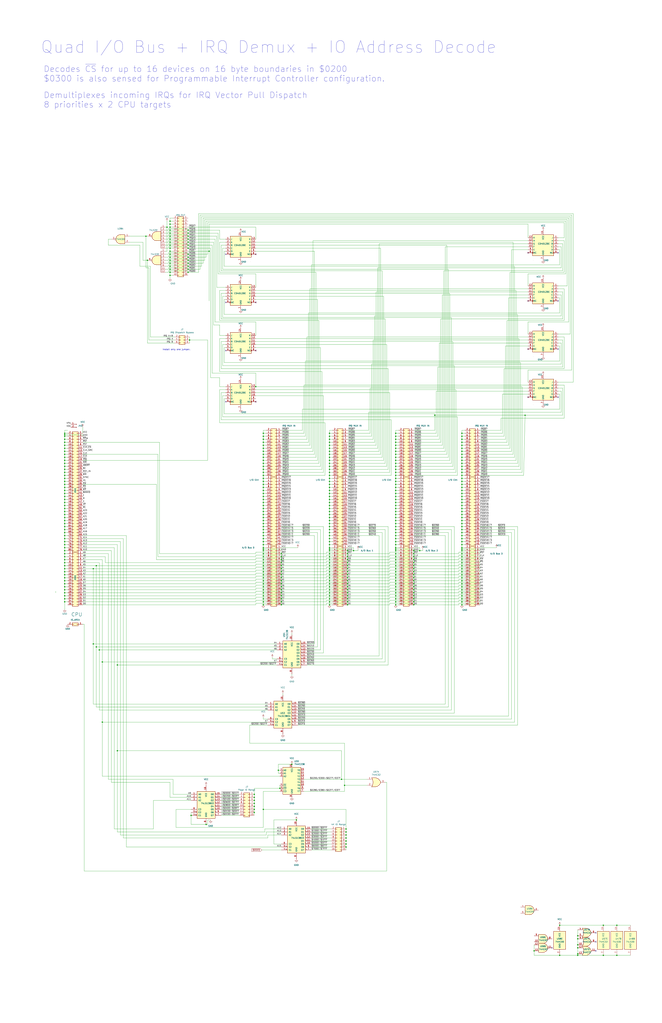
<source format=kicad_sch>
(kicad_sch (version 20211123) (generator eeschema)
  (paper "D" portrait)
  (junction (at 237.49 502.92))
  (junction (at 54.61 401.32))
  (junction (at 161.29 688.34))
  (junction (at 54.61 414.02))
  (junction (at 389.89 393.7))
  (junction (at 334.01 463.55))
  (junction (at 143.51 227.33))
  (junction (at 389.89 472.44))
  (junction (at 278.13 464.82))
  (junction (at 222.25 441.96))
  (junction (at 278.13 447.04))
  (junction (at 81.28 477.52))
  (junction (at 278.13 500.38))
  (junction (at 278.13 472.44))
  (junction (at 222.25 457.2))
  (junction (at 389.89 398.78))
  (junction (at 349.25 487.68))
  (junction (at 389.89 431.8))
  (junction (at 278.13 393.7))
  (junction (at 349.25 477.52))
  (junction (at 389.89 510.54))
  (junction (at 222.25 373.38))
  (junction (at 222.25 403.86))
  (junction (at 278.13 408.94))
  (junction (at 237.49 480.06))
  (junction (at 293.37 485.14))
  (junction (at 54.61 454.66))
  (junction (at 54.61 365.76))
  (junction (at 54.61 383.54))
  (junction (at 487.68 805.18))
  (junction (at 278.13 391.16))
  (junction (at 83.82 548.64))
  (junction (at 54.61 500.38))
  (junction (at 278.13 378.46))
  (junction (at 214.63 678.18))
  (junction (at 158.75 196.85))
  (junction (at 389.89 462.28))
  (junction (at 222.25 444.5))
  (junction (at 509.27 806.45))
  (junction (at 349.25 497.84))
  (junction (at 389.89 436.88))
  (junction (at 158.75 219.71))
  (junction (at 237.49 487.68))
  (junction (at 334.01 436.88))
  (junction (at 143.51 199.39))
  (junction (at 222.25 469.9))
  (junction (at 86.36 558.8))
  (junction (at 222.25 391.16))
  (junction (at 334.01 421.64))
  (junction (at 143.51 219.71))
  (junction (at 237.49 505.46))
  (junction (at 99.06 633.73))
  (junction (at 450.85 802.64))
  (junction (at 334.01 406.4))
  (junction (at 222.25 500.38))
  (junction (at 334.01 396.24))
  (junction (at 389.89 482.6))
  (junction (at 293.37 467.36))
  (junction (at 389.89 434.34))
  (junction (at 237.49 490.22))
  (junction (at 54.61 492.76))
  (junction (at 487.68 797.56))
  (junction (at 278.13 444.5))
  (junction (at 222.25 416.56))
  (junction (at 237.49 469.9))
  (junction (at 237.49 497.84))
  (junction (at 222.25 386.08))
  (junction (at 278.13 469.9))
  (junction (at 443.23 350.52))
  (junction (at 334.01 510.54))
  (junction (at 293.37 464.82))
  (junction (at 389.89 383.54))
  (junction (at 237.49 467.36))
  (junction (at 54.61 368.3))
  (junction (at 54.61 477.52))
  (junction (at 222.25 467.36))
  (junction (at 54.61 462.28))
  (junction (at 158.75 222.25))
  (junction (at 158.75 199.39))
  (junction (at 54.61 434.34))
  (junction (at 222.25 383.54))
  (junction (at 124.46 219.71))
  (junction (at 222.25 378.46))
  (junction (at 143.51 212.09))
  (junction (at 389.89 457.2))
  (junction (at 54.61 490.22))
  (junction (at 487.68 800.1))
  (junction (at 222.25 388.62))
  (junction (at 278.13 497.84))
  (junction (at 293.37 492.76))
  (junction (at 334.01 429.26))
  (junction (at 292.1 712.47))
  (junction (at 389.89 439.42))
  (junction (at 292.1 702.31))
  (junction (at 292.1 707.39))
  (junction (at 54.61 426.72))
  (junction (at 278.13 370.84))
  (junction (at 214.63 685.8))
  (junction (at 278.13 421.64))
  (junction (at 389.89 487.68))
  (junction (at 278.13 386.08))
  (junction (at 237.49 492.76))
  (junction (at 389.89 381))
  (junction (at 334.01 408.94))
  (junction (at 389.89 403.86))
  (junction (at 334.01 365.76))
  (junction (at 349.25 500.38))
  (junction (at 222.25 406.4))
  (junction (at 160.02 287.02))
  (junction (at 290.83 662.94))
  (junction (at 293.37 510.54))
  (junction (at 222.25 411.48))
  (junction (at 158.75 204.47))
  (junction (at 278.13 426.72))
  (junction (at 222.25 463.55))
  (junction (at 214.63 683.26))
  (junction (at 389.89 502.92))
  (junction (at 334.01 370.84))
  (junction (at 293.37 497.84))
  (junction (at 389.89 497.84))
  (junction (at 236.22 665.48))
  (junction (at 222.25 487.68))
  (junction (at 334.01 508))
  (junction (at 349.25 508))
  (junction (at 389.89 391.16))
  (junction (at 293.37 480.06))
  (junction (at 389.89 500.38))
  (junction (at 278.13 467.36))
  (junction (at 293.37 495.3))
  (junction (at 54.61 386.08))
  (junction (at 222.25 490.22))
  (junction (at 222.25 459.74))
  (junction (at 222.25 508))
  (junction (at 54.61 447.04))
  (junction (at 389.89 454.66))
  (junction (at 487.68 789.94))
  (junction (at 222.25 683.26))
  (junction (at 78.74 543.56))
  (junction (at 222.25 502.92))
  (junction (at 389.89 368.3))
  (junction (at 158.75 229.87))
  (junction (at 278.13 477.52))
  (junction (at 278.13 398.78))
  (junction (at 54.61 408.94))
  (junction (at 278.13 439.42))
  (junction (at 349.25 469.9))
  (junction (at 389.89 429.26))
  (junction (at 54.61 436.88))
  (junction (at 389.89 416.56))
  (junction (at 278.13 454.66))
  (junction (at 334.01 426.72))
  (junction (at 349.25 505.46))
  (junction (at 222.25 505.46))
  (junction (at 334.01 375.92))
  (junction (at 278.13 463.55))
  (junction (at 54.61 441.96))
  (junction (at 54.61 393.7))
  (junction (at 54.61 467.36))
  (junction (at 222.25 375.92))
  (junction (at 278.13 368.3))
  (junction (at 349.25 480.06))
  (junction (at 222.25 431.8))
  (junction (at 54.61 464.82))
  (junction (at 278.13 373.38))
  (junction (at 278.13 441.96))
  (junction (at 278.13 482.6))
  (junction (at 86.36 609.6))
  (junction (at 140.97 191.77))
  (junction (at 215.9 326.39))
  (junction (at 143.51 217.17))
  (junction (at 334.01 487.68))
  (junction (at 278.13 495.3))
  (junction (at 222.25 429.26))
  (junction (at 334.01 414.02))
  (junction (at 278.13 462.28))
  (junction (at 123.19 199.39))
  (junction (at 222.25 396.24))
  (junction (at 54.61 424.18))
  (junction (at 54.61 370.84))
  (junction (at 278.13 381))
  (junction (at 349.25 464.82))
  (junction (at 278.13 490.22))
  (junction (at 222.25 424.18))
  (junction (at 334.01 454.66))
  (junction (at 278.13 480.06))
  (junction (at 278.13 436.88))
  (junction (at 143.51 204.47))
  (junction (at 54.61 457.2))
  (junction (at 278.13 431.8))
  (junction (at 278.13 492.76))
  (junction (at 354.33 464.82))
  (junction (at 278.13 487.68))
  (junction (at 143.51 201.93))
  (junction (at 389.89 474.98))
  (junction (at 278.13 508))
  (junction (at 334.01 431.8))
  (junction (at 487.68 792.48))
  (junction (at 334.01 439.42))
  (junction (at 54.61 495.3))
  (junction (at 334.01 464.82))
  (junction (at 278.13 510.54))
  (junction (at 222.25 401.32))
  (junction (at 389.89 441.96))
  (junction (at 143.51 214.63))
  (junction (at 389.89 396.24))
  (junction (at 349.25 510.54))
  (junction (at 143.51 207.01))
  (junction (at 298.45 464.82))
  (junction (at 278.13 424.18))
  (junction (at 214.63 670.56))
  (junction (at 389.89 480.06))
  (junction (at 334.01 424.18))
  (junction (at 293.37 502.92))
  (junction (at 222.25 447.04))
  (junction (at 293.37 472.44))
  (junction (at 222.25 370.84))
  (junction (at 389.89 492.76))
  (junction (at 334.01 459.74))
  (junction (at 222.25 393.7))
  (junction (at 334.01 373.38))
  (junction (at 54.61 378.46))
  (junction (at 222.25 368.3))
  (junction (at 250.19 692.15))
  (junction (at 389.89 424.18))
  (junction (at 389.89 444.5))
  (junction (at 367.03 350.52))
  (junction (at 389.89 505.46))
  (junction (at 334.01 398.78))
  (junction (at 143.51 229.87))
  (junction (at 99.06 561.34))
  (junction (at 334.01 444.5))
  (junction (at 54.61 398.78))
  (junction (at 54.61 373.38))
  (junction (at 472.44 781.05))
  (junction (at 54.61 381))
  (junction (at 158.75 217.17))
  (junction (at 334.01 403.86))
  (junction (at 278.13 474.98))
  (junction (at 389.89 459.74))
  (junction (at 222.25 482.6))
  (junction (at 222.25 419.1))
  (junction (at 334.01 388.62))
  (junction (at 334.01 411.48))
  (junction (at 222.25 421.64))
  (junction (at 81.28 546.1))
  (junction (at 54.61 406.4))
  (junction (at 54.61 391.16))
  (junction (at 222.25 434.34))
  (junction (at 237.49 495.3))
  (junction (at 54.61 388.62))
  (junction (at 176.53 212.09))
  (junction (at 487.68 806.45))
  (junction (at 222.25 408.94))
  (junction (at 54.61 508))
  (junction (at 389.89 447.04))
  (junction (at 389.89 449.58))
  (junction (at 334.01 386.08))
  (junction (at 278.13 416.56))
  (junction (at 293.37 505.46))
  (junction (at 222.25 472.44))
  (junction (at 278.13 383.54))
  (junction (at 278.13 502.92))
  (junction (at 214.63 680.72))
  (junction (at 143.51 209.55))
  (junction (at 222.25 485.14))
  (junction (at 349.25 467.36))
  (junction (at 334.01 419.1))
  (junction (at 54.61 416.56))
  (junction (at 278.13 449.58))
  (junction (at 278.13 429.26))
  (junction (at 278.13 419.1))
  (junction (at 278.13 401.32))
  (junction (at 54.61 502.92))
  (junction (at 334.01 472.44))
  (junction (at 54.61 505.46))
  (junction (at 54.61 367.03))
  (junction (at 292.1 709.93))
  (junction (at 222.25 474.98))
  (junction (at 472.44 806.45))
  (junction (at 214.63 673.1))
  (junction (at 54.61 449.58))
  (junction (at 237.49 482.6))
  (junction (at 389.89 490.22))
  (junction (at 54.61 459.74))
  (junction (at 143.51 232.41))
  (junction (at 143.51 196.85))
  (junction (at 237.49 477.52))
  (junction (at 349.25 474.98))
  (junction (at 234.95 650.24))
  (junction (at 278.13 403.86))
  (junction (at 349.25 482.6))
  (junction (at 520.7 806.45))
  (junction (at 334.01 500.38))
  (junction (at 334.01 434.34))
  (junction (at 389.89 406.4))
  (junction (at 78.74 480.06))
  (junction (at 143.51 194.31))
  (junction (at 389.89 463.55))
  (junction (at 222.25 464.82))
  (junction (at 349.25 485.14))
  (junction (at 293.37 474.98))
  (junction (at 389.89 485.14))
  (junction (at 389.89 411.48))
  (junction (at 54.61 429.26))
  (junction (at 389.89 378.46))
  (junction (at 389.89 452.12))
  (junction (at 278.13 375.92))
  (junction (at 54.61 452.12))
  (junction (at 222.25 495.3))
  (junction (at 237.49 472.44))
  (junction (at 278.13 457.2))
  (junction (at 349.25 472.44))
  (junction (at 520.7 781.05))
  (junction (at 222.25 381))
  (junction (at 222.25 439.42))
  (junction (at 334.01 469.9))
  (junction (at 278.13 388.62))
  (junction (at 334.01 490.22))
  (junction (at 334.01 482.6))
  (junction (at 222.25 480.06))
  (junction (at 334.01 393.7))
  (junction (at 389.89 426.72))
  (junction (at 349.25 490.22))
  (junction (at 54.61 439.42))
  (junction (at 278.13 365.76))
  (junction (at 54.61 480.06))
  (junction (at 292.1 704.85))
  (junction (at 334.01 449.58))
  (junction (at 237.49 510.54))
  (junction (at 334.01 467.36))
  (junction (at 54.61 469.9))
  (junction (at 293.37 490.22))
  (junction (at 54.61 472.44))
  (junction (at 334.01 381))
  (junction (at 54.61 375.92))
  (junction (at 143.51 222.25))
  (junction (at 334.01 447.04))
  (junction (at 54.61 419.1))
  (junction (at 389.89 365.76))
  (junction (at 389.89 388.62))
  (junction (at 293.37 487.68))
  (junction (at 389.89 469.9))
  (junction (at 54.61 403.86))
  (junction (at 334.01 492.76))
  (junction (at 334.01 485.14))
  (junction (at 158.75 194.31))
  (junction (at 334.01 457.2))
  (junction (at 158.75 201.93))
  (junction (at 278.13 459.74))
  (junction (at 158.75 207.01))
  (junction (at 334.01 462.28))
  (junction (at 278.13 434.34))
  (junction (at 222.25 454.66))
  (junction (at 54.61 485.14))
  (junction (at 389.89 373.38))
  (junction (at 246.38 645.16))
  (junction (at 389.89 495.3))
  (junction (at 143.51 189.23))
  (junction (at 173.99 695.96))
  (junction (at 278.13 396.24))
  (junction (at 222.25 449.58))
  (junction (at 334.01 474.98))
  (junction (at 54.61 487.68))
  (junction (at 334.01 502.92))
  (junction (at 222.25 497.84))
  (junction (at 237.49 508))
  (junction (at 389.89 477.52))
  (junction (at 389.89 508))
  (junction (at 334.01 452.12))
  (junction (at 237.49 485.14))
  (junction (at 222.25 436.88))
  (junction (at 334.01 505.46))
  (junction (at 293.37 469.9))
  (junction (at 389.89 408.94))
  (junction (at 389.89 386.08))
  (junction (at 389.89 419.1))
  (junction (at 293.37 500.38))
  (junction (at 54.61 421.64))
  (junction (at 293.37 482.6))
  (junction (at 334.01 477.52))
  (junction (at 349.25 492.76))
  (junction (at 288.29 657.86))
  (junction (at 54.61 396.24))
  (junction (at 222.25 426.72))
  (junction (at 278.13 411.48))
  (junction (at 334.01 495.3))
  (junction (at 334.01 401.32))
  (junction (at 54.61 474.98))
  (junction (at 222.25 462.28))
  (junction (at 334.01 368.3))
  (junction (at 54.61 482.6))
  (junction (at 293.37 477.52))
  (junction (at 389.89 401.32))
  (junction (at 334.01 378.46))
  (junction (at 389.89 464.82))
  (junction (at 222.25 398.78))
  (junction (at 54.61 444.5))
  (junction (at 334.01 416.56))
  (junction (at 54.61 497.84))
  (junction (at 389.89 370.84))
  (junction (at 389.89 414.02))
  (junction (at 334.01 441.96))
  (junction (at 334.01 480.06))
  (junction (at 292.1 699.77))
  (junction (at 158.75 209.55))
  (junction (at 214.63 675.64))
  (junction (at 222.25 510.54))
  (junction (at 293.37 508))
  (junction (at 158.75 214.63))
  (junction (at 237.49 474.98))
  (junction (at 334.01 383.54))
  (junction (at 389.89 421.64))
  (junction (at 389.89 375.92))
  (junction (at 143.51 224.79))
  (junction (at 237.49 500.38))
  (junction (at 222.25 452.12))
  (junction (at 278.13 505.46))
  (junction (at 143.51 186.69))
  (junction (at 389.89 467.36))
  (junction (at 278.13 406.4))
  (junction (at 222.25 492.76))
  (junction (at 292.1 715.01))
  (junction (at 334.01 497.84))
  (junction (at 349.25 495.3))
  (junction (at 54.61 411.48))
  (junction (at 509.27 781.05))
  (junction (at 222.25 365.76))
  (junction (at 278.13 414.02))
  (junction (at 54.61 431.8))
  (junction (at 222.25 414.02))
  (junction (at 334.01 391.16))
  (junction (at 222.25 477.52))
  (junction (at 158.75 227.33))
  (junction (at 349.25 502.92))
  (junction (at 278.13 485.14))
  (junction (at 143.51 191.77))
  (junction (at 158.75 224.79))
  (junction (at 278.13 452.12))
  (no_connect (at 445.77 254))
  (no_connect (at 502.92 795.02))
  (no_connect (at 215.9 339.09))
  (no_connect (at 190.5 295.91))
  (no_connect (at 445.77 335.28))
  (no_connect (at 445.77 213.36))
  (no_connect (at 190.5 214.63))
  (no_connect (at 502.92 787.4))
  (no_connect (at 215.9 214.63))
  (no_connect (at 471.17 254))
  (no_connect (at 215.9 295.91))
  (no_connect (at 471.17 213.36))
  (no_connect (at 471.17 294.64))
  (no_connect (at 445.77 294.64))
  (no_connect (at 502.92 802.64))
  (no_connect (at 471.17 335.28))
  (no_connect (at 466.09 800.1))
  (no_connect (at 215.9 255.27))
  (no_connect (at 190.5 255.27))
  (no_connect (at 190.5 339.09))
  (wire (pts (xy 474.98 327.66) (xy 471.17 327.66)))
  (wire (pts (xy 389.89 393.7) (xy 389.89 396.24)))
  (wire (pts (xy 168.91 227.33) (xy 168.91 181.61)))
  (wire (pts (xy 237.49 401.32) (xy 274.32 401.32)))
  (wire (pts (xy 189.23 349.25) (xy 367.03 349.25)))
  (wire (pts (xy 378.46 596.9) (xy 378.46 449.58)))
  (wire (pts (xy 389.89 373.38) (xy 389.89 375.92)))
  (wire (pts (xy 334.01 447.04) (xy 336.55 447.04)))
  (wire (pts (xy 69.85 454.66) (xy 104.14 454.66)))
  (wire (pts (xy 471.17 281.94) (xy 481.33 281.94)))
  (wire (pts (xy 474.98 269.24) (xy 474.98 246.38)))
  (wire (pts (xy 222.25 363.22) (xy 222.25 365.76)))
  (wire (pts (xy 256.54 668.02) (xy 290.83 668.02)))
  (wire (pts (xy 69.85 495.3) (xy 215.9 495.3)))
  (wire (pts (xy 78.74 543.56) (xy 233.68 543.56)))
  (wire (pts (xy 54.61 505.46) (xy 54.61 508)))
  (wire (pts (xy 487.68 797.56) (xy 487.68 800.1)))
  (wire (pts (xy 222.25 383.54) (xy 224.79 383.54)))
  (wire (pts (xy 142.24 203.2) (xy 158.75 203.2)))
  (wire (pts (xy 273.05 444.5) (xy 273.05 551.18)))
  (wire (pts (xy 334.01 452.12) (xy 336.55 452.12)))
  (wire (pts (xy 334.01 436.88) (xy 336.55 436.88)))
  (wire (pts (xy 378.46 227.33) (xy 378.46 386.08)))
  (wire (pts (xy 143.51 209.55) (xy 143.51 212.09)))
  (wire (pts (xy 139.7 222.25) (xy 142.24 222.25)))
  (wire (pts (xy 143.51 196.85) (xy 143.51 199.39)))
  (wire (pts (xy 293.37 471.17) (xy 293.37 472.44)))
  (wire (pts (xy 293.37 504.19) (xy 293.37 505.46)))
  (wire (pts (xy 91.44 657.86) (xy 91.44 467.36)))
  (wire (pts (xy 222.25 434.34) (xy 224.79 434.34)))
  (wire (pts (xy 222.25 441.96) (xy 222.25 444.5)))
  (wire (pts (xy 278.13 419.1) (xy 278.13 421.64)))
  (wire (pts (xy 54.61 398.78) (xy 54.61 401.32)))
  (wire (pts (xy 389.89 497.84) (xy 389.89 500.38)))
  (wire (pts (xy 222.25 416.56) (xy 224.79 416.56)))
  (wire (pts (xy 349.25 388.62) (xy 379.73 388.62)))
  (wire (pts (xy 389.89 497.84) (xy 392.43 497.84)))
  (wire (pts (xy 275.59 492.76) (xy 275.59 491.49)))
  (wire (pts (xy 222.25 508) (xy 222.25 510.54)))
  (wire (pts (xy 278.13 502.92) (xy 278.13 505.46)))
  (wire (pts (xy 54.61 381) (xy 57.15 381)))
  (wire (pts (xy 264.16 203.2) (xy 445.77 203.2)))
  (wire (pts (xy 445.77 210.82) (xy 431.8 210.82)))
  (wire (pts (xy 323.85 250.19) (xy 215.9 250.19)))
  (wire (pts (xy 298.45 464.82) (xy 298.45 462.28)))
  (wire (pts (xy 201.93 680.72) (xy 186.69 680.72)))
  (wire (pts (xy 54.61 367.03) (xy 54.61 368.3)))
  (wire (pts (xy 405.13 391.16) (xy 436.88 391.16)))
  (wire (pts (xy 278.13 487.68) (xy 278.13 490.22)))
  (wire (pts (xy 389.89 482.6) (xy 392.43 482.6)))
  (wire (pts (xy 317.5 246.38) (xy 317.5 375.92)))
  (wire (pts (xy 279.4 704.85) (xy 262.89 704.85)))
  (wire (pts (xy 54.61 396.24) (xy 54.61 398.78)))
  (wire (pts (xy 387.35 502.92) (xy 387.35 501.65)))
  (wire (pts (xy 334.01 414.02) (xy 336.55 414.02)))
  (wire (pts (xy 215.9 472.44) (xy 215.9 471.17)))
  (wire (pts (xy 278.13 439.42) (xy 278.13 441.96)))
  (wire (pts (xy 158.75 208.28) (xy 158.75 209.55)))
  (wire (pts (xy 222.25 406.4) (xy 222.25 408.94)))
  (wire (pts (xy 54.61 365.76) (xy 57.15 365.76)))
  (wire (pts (xy 215.9 488.95) (xy 237.49 488.95)))
  (wire (pts (xy 237.49 496.57) (xy 237.49 497.84)))
  (wire (pts (xy 389.89 375.92) (xy 389.89 378.46)))
  (wire (pts (xy 54.61 414.02) (xy 54.61 416.56)))
  (wire (pts (xy 210.82 612.14) (xy 210.82 627.38)))
  (wire (pts (xy 185.42 313.69) (xy 271.78 313.69)))
  (wire (pts (xy 327.66 561.34) (xy 259.08 561.34)))
  (wire (pts (xy 334.01 469.9) (xy 336.55 469.9)))
  (wire (pts (xy 187.96 209.55) (xy 190.5 209.55)))
  (wire (pts (xy 293.37 491.49) (xy 293.37 492.76)))
  (wire (pts (xy 389.89 401.32) (xy 389.89 403.86)))
  (wire (pts (xy 375.92 452.12) (xy 375.92 594.36)))
  (wire (pts (xy 186.69 311.15) (xy 327.66 311.15)))
  (wire (pts (xy 54.61 514.35) (xy 54.61 508)))
  (wire (pts (xy 349.25 449.58) (xy 378.46 449.58)))
  (wire (pts (xy 279.4 715.01) (xy 262.89 715.01)))
  (wire (pts (xy 54.61 436.88) (xy 57.15 436.88)))
  (wire (pts (xy 106.68 715.01) (xy 106.68 452.12)))
  (wire (pts (xy 389.89 419.1) (xy 392.43 419.1)))
  (wire (pts (xy 473.71 330.2) (xy 471.17 330.2)))
  (wire (pts (xy 143.51 219.71) (xy 146.05 219.71)))
  (wire (pts (xy 293.37 463.55) (xy 278.13 463.55)))
  (wire (pts (xy 69.85 482.6) (xy 215.9 482.6)))
  (wire (pts (xy 334.01 508) (xy 336.55 508)))
  (wire (pts (xy 91.44 201.93) (xy 91.44 207.01)))
  (wire (pts (xy 54.61 477.52) (xy 57.15 477.52)))
  (wire (pts (xy 334.01 429.26) (xy 334.01 431.8)))
  (wire (pts (xy 54.61 375.92) (xy 54.61 378.46)))
  (wire (pts (xy 328.93 466.09) (xy 349.25 466.09)))
  (wire (pts (xy 389.89 487.68) (xy 392.43 487.68)))
  (wire (pts (xy 238.76 585.47) (xy 238.76 586.74)))
  (wire (pts (xy 86.36 609.6) (xy 86.36 655.32)))
  (wire (pts (xy 158.75 205.74) (xy 158.75 207.01)))
  (wire (pts (xy 93.98 660.4) (xy 143.51 660.4)))
  (wire (pts (xy 389.89 452.12) (xy 392.43 452.12)))
  (wire (pts (xy 278.13 370.84) (xy 280.67 370.84)))
  (wire (pts (xy 387.35 481.33) (xy 405.13 481.33)))
  (wire (pts (xy 278.13 490.22) (xy 280.67 490.22)))
  (wire (pts (xy 176.53 189.23) (xy 176.53 212.09)))
  (wire (pts (xy 389.89 416.56) (xy 389.89 419.1)))
  (wire (pts (xy 349.25 483.87) (xy 349.25 485.14)))
  (wire (pts (xy 222.25 459.74) (xy 224.79 459.74)))
  (wire (pts (xy 278.13 406.4) (xy 280.67 406.4)))
  (wire (pts (xy 222.25 683.26) (xy 222.25 698.5)))
  (wire (pts (xy 379.73 247.65) (xy 379.73 388.62)))
  (wire (pts (xy 54.61 497.84) (xy 57.15 497.84)))
  (wire (pts (xy 142.24 208.28) (xy 142.24 209.55)))
  (wire (pts (xy 334.01 370.84) (xy 336.55 370.84)))
  (wire (pts (xy 435.61 245.11) (xy 435.61 388.62)))
  (wire (pts (xy 278.13 477.52) (xy 280.67 477.52)))
  (wire (pts (xy 222.25 398.78) (xy 224.79 398.78)))
  (wire (pts (xy 328.93 499.11) (xy 349.25 499.11)))
  (wire (pts (xy 520.7 781.05) (xy 532.13 781.05)))
  (wire (pts (xy 389.89 447.04) (xy 389.89 449.58)))
  (wire (pts (xy 222.25 477.52) (xy 224.79 477.52)))
  (wire (pts (xy 101.6 704.85) (xy 101.6 457.2)))
  (wire (pts (xy 387.35 509.27) (xy 405.13 509.27)))
  (wire (pts (xy 143.51 212.09) (xy 143.51 214.63)))
  (wire (pts (xy 215.9 510.54) (xy 215.9 509.27)))
  (wire (pts (xy 182.88 199.39) (xy 182.88 242.57)))
  (wire (pts (xy 387.35 482.6) (xy 387.35 481.33)))
  (wire (pts (xy 54.61 419.1) (xy 54.61 421.64)))
  (wire (pts (xy 222.25 510.54) (xy 224.79 510.54)))
  (wire (pts (xy 278.13 388.62) (xy 278.13 391.16)))
  (wire (pts (xy 450.85 806.45) (xy 472.44 806.45)))
  (wire (pts (xy 293.37 464.82) (xy 293.37 463.55)))
  (wire (pts (xy 261.62 243.84) (xy 261.62 375.92)))
  (wire (pts (xy 278.13 447.04) (xy 278.13 449.58)))
  (wire (pts (xy 405.13 363.22) (xy 422.91 363.22)))
  (wire (pts (xy 424.18 332.74) (xy 445.77 332.74)))
  (wire (pts (xy 99.06 633.73) (xy 99.06 702.31)))
  (wire (pts (xy 69.85 490.22) (xy 215.9 490.22)))
  (wire (pts (xy 251.46 609.6) (xy 434.34 609.6)))
  (wire (pts (xy 146.05 670.56) (xy 161.29 670.56)))
  (wire (pts (xy 69.85 508) (xy 215.9 508)))
  (wire (pts (xy 472.44 332.74) (xy 471.17 332.74)))
  (wire (pts (xy 179.07 314.96) (xy 215.9 314.96)))
  (wire (pts (xy 405.13 373.38) (xy 427.99 373.38)))
  (wire (pts (xy 54.61 436.88) (xy 54.61 439.42)))
  (wire (pts (xy 334.01 480.06) (xy 334.01 477.52)))
  (wire (pts (xy 323.85 250.19) (xy 323.85 388.62)))
  (wire (pts (xy 327.66 311.15) (xy 327.66 396.24)))
  (wire (pts (xy 334.01 383.54) (xy 336.55 383.54)))
  (wire (pts (xy 472.44 304.8) (xy 472.44 292.1)))
  (wire (pts (xy 389.89 393.7) (xy 392.43 393.7)))
  (wire (pts (xy 298.45 462.28) (xy 293.37 462.28)))
  (wire (pts (xy 334.01 444.5) (xy 334.01 447.04)))
  (wire (pts (xy 54.61 416.56) (xy 57.15 416.56)))
  (wire (pts (xy 69.85 485.14) (xy 215.9 485.14)))
  (wire (pts (xy 54.61 482.6) (xy 57.15 482.6)))
  (wire (pts (xy 334.01 490.22) (xy 334.01 492.76)))
  (wire (pts (xy 127 224.79) (xy 118.11 224.79)))
  (wire (pts (xy 215.9 490.22) (xy 215.9 488.95)))
  (wire (pts (xy 278.13 452.12) (xy 280.67 452.12)))
  (wire (pts (xy 54.61 508) (xy 57.15 508)))
  (wire (pts (xy 292.1 707.39) (xy 292.1 709.93)))
  (wire (pts (xy 278.13 492.76) (xy 280.67 492.76)))
  (wire (pts (xy 290.83 662.94) (xy 309.88 662.94)))
  (wire (pts (xy 334.01 398.78) (xy 336.55 398.78)))
  (wire (pts (xy 389.89 398.78) (xy 389.89 401.32)))
  (wire (pts (xy 293.37 474.98) (xy 293.37 473.71)))
  (wire (pts (xy 143.51 214.63) (xy 143.51 217.17)))
  (wire (pts (xy 237.49 497.84) (xy 275.59 497.84)))
  (wire (pts (xy 389.89 368.3) (xy 392.43 368.3)))
  (wire (pts (xy 222.25 447.04) (xy 222.25 449.58)))
  (wire (pts (xy 143.51 214.63) (xy 146.05 214.63)))
  (wire (pts (xy 222.25 414.02) (xy 222.25 416.56)))
  (wire (pts (xy 251.46 601.98) (xy 383.54 601.98)))
  (wire (pts (xy 387.35 499.11) (xy 405.13 499.11)))
  (wire (pts (xy 143.51 201.93) (xy 143.51 204.47)))
  (wire (pts (xy 143.51 232.41) (xy 143.51 234.95)))
  (wire (pts (xy 381 447.04) (xy 381 599.44)))
  (wire (pts (xy 139.7 209.55) (xy 142.24 209.55)))
  (wire (pts (xy 278.13 495.3) (xy 278.13 497.84)))
  (wire (pts (xy 334.01 462.28) (xy 336.55 462.28)))
  (wire (pts (xy 96.52 699.77) (xy 96.52 462.28)))
  (wire (pts (xy 274.32 356.87) (xy 274.32 401.32)))
  (wire (pts (xy 237.49 506.73) (xy 237.49 508)))
  (wire (pts (xy 237.49 398.78) (xy 273.05 398.78)))
  (wire (pts (xy 184.15 231.14) (xy 215.9 231.14)))
  (wire (pts (xy 142.24 223.52) (xy 158.75 223.52)))
  (wire (pts (xy 222.25 492.76) (xy 224.79 492.76)))
  (wire (pts (xy 293.37 474.98) (xy 328.93 474.98)))
  (wire (pts (xy 54.61 505.46) (xy 57.15 505.46)))
  (wire (pts (xy 369.57 309.88) (xy 369.57 368.3)))
  (wire (pts (xy 237.49 447.04) (xy 270.51 447.04)))
  (wire (pts (xy 430.53 229.87) (xy 476.25 229.87)))
  (wire (pts (xy 222.25 393.7) (xy 224.79 393.7)))
  (wire (pts (xy 320.04 205.74) (xy 445.77 205.74)))
  (wire (pts (xy 142.24 213.36) (xy 142.24 214.63)))
  (wire (pts (xy 431.8 449.58) (xy 431.8 607.06)))
  (wire (pts (xy 321.31 209.55) (xy 215.9 209.55)))
  (wire (pts (xy 278.13 386.08) (xy 278.13 388.62)))
  (wire (pts (xy 262.89 223.52) (xy 262.89 378.46)))
  (wire (pts (xy 139.7 224.79) (xy 142.24 224.79)))
  (wire (pts (xy 278.13 401.32) (xy 278.13 403.86)))
  (wire (pts (xy 278.13 459.74) (xy 280.67 459.74)))
  (wire (pts (xy 374.65 228.6) (xy 474.98 228.6)))
  (wire (pts (xy 278.13 375.92) (xy 280.67 375.92)))
  (wire (pts (xy 349.25 444.5) (xy 383.54 444.5)))
  (wire (pts (xy 419.1 462.28) (xy 405.13 462.28)))
  (wire (pts (xy 215.9 499.11) (xy 237.49 499.11)))
  (wire (pts (xy 222.25 441.96) (xy 224.79 441.96)))
  (wire (pts (xy 293.37 472.44) (xy 328.93 472.44)))
  (wire (pts (xy 389.89 381) (xy 389.89 383.54)))
  (wire (pts (xy 185.42 270.51) (xy 269.24 270.51)))
  (wire (pts (xy 54.61 414.02) (xy 57.15 414.02)))
  (wire (pts (xy 237.49 499.11) (xy 237.49 500.38)))
  (wire (pts (xy 215.9 487.68) (xy 215.9 486.41)))
  (wire (pts (xy 314.96 287.02) (xy 445.77 287.02)))
  (wire (pts (xy 222.25 454.66) (xy 224.79 454.66)))
  (wire (pts (xy 389.89 495.3) (xy 389.89 492.76)))
  (wire (pts (xy 265.43 212.09) (xy 215.9 212.09)))
  (wire (pts (xy 405.13 401.32) (xy 441.96 401.32)))
  (wire (pts (xy 175.26 692.15) (xy 175.26 695.96)))
  (wire (pts (xy 222.25 386.08) (xy 222.25 388.62)))
  (wire (pts (xy 222.25 467.36) (xy 224.79 467.36)))
  (wire (pts (xy 389.89 431.8) (xy 392.43 431.8)))
  (wire (pts (xy 387.35 508) (xy 387.35 506.73)))
  (wire (pts (xy 173.99 186.69) (xy 173.99 217.17)))
  (wire (pts (xy 405.13 388.62) (xy 435.61 388.62)))
  (wire (pts (xy 389.89 482.6) (xy 389.89 485.14)))
  (wire (pts (xy 373.38 248.92) (xy 445.77 248.92)))
  (wire (pts (xy 187.96 267.97) (xy 187.96 250.19)))
  (wire (pts (xy 143.51 204.47) (xy 143.51 207.01)))
  (wire (pts (xy 279.4 702.31) (xy 262.89 702.31)))
  (wire (pts (xy 334.01 426.72) (xy 336.55 426.72)))
  (wire (pts (xy 158.75 198.12) (xy 158.75 199.39)))
  (wire (pts (xy 349.25 481.33) (xy 349.25 482.6)))
  (wire (pts (xy 326.39 290.83) (xy 326.39 393.7)))
  (wire (pts (xy 483.87 180.34) (xy 167.64 180.34)))
  (wire (pts (xy 54.61 398.78) (xy 57.15 398.78)))
  (wire (pts (xy 222.25 463.55) (xy 222.25 462.28)))
  (wire (pts (xy 158.75 201.93) (xy 181.61 201.93)))
  (wire (pts (xy 278.13 365.76) (xy 278.13 368.3)))
  (wire (pts (xy 293.37 375.92) (xy 317.5 375.92)))
  (wire (pts (xy 142.24 226.06) (xy 158.75 226.06)))
  (wire (pts (xy 509.27 806.45) (xy 520.7 806.45)))
  (wire (pts (xy 54.61 396.24) (xy 57.15 396.24)))
  (wire (pts (xy 334.01 485.14) (xy 336.55 485.14)))
  (wire (pts (xy 389.89 505.46) (xy 389.89 502.92)))
  (wire (pts (xy 158.75 227.33) (xy 168.91 227.33)))
  (wire (pts (xy 259.08 284.48) (xy 445.77 284.48)))
  (wire (pts (xy 349.25 482.6) (xy 387.35 482.6)))
  (wire (pts (xy 158.75 229.87) (xy 167.64 229.87)))
  (wire (pts (xy 222.25 502.92) (xy 224.79 502.92)))
  (wire (pts (xy 349.25 365.76) (xy 368.3 365.76)))
  (wire (pts (xy 368.3 330.2) (xy 368.3 365.76)))
  (wire (pts (xy 185.42 229.87) (xy 266.7 229.87)))
  (wire (pts (xy 374.65 378.46) (xy 374.65 228.6)))
  (wire (pts (xy 215.9 468.63) (xy 237.49 468.63)))
  (wire (pts (xy 334.01 472.44) (xy 336.55 472.44)))
  (wire (pts (xy 293.37 478.79) (xy 293.37 480.06)))
  (wire (pts (xy 54.61 391.16) (xy 54.61 393.7)))
  (wire (pts (xy 143.51 194.31) (xy 146.05 194.31)))
  (wire (pts (xy 69.85 480.06) (xy 78.74 480.06)))
  (wire (pts (xy 474.98 246.38) (xy 471.17 246.38)))
  (wire (pts (xy 158.75 204.47) (xy 180.34 204.47)))
  (wire (pts (xy 314.96 287.02) (xy 314.96 370.84)))
  (wire (pts (xy 487.68 806.45) (xy 509.27 806.45)))
  (wire (pts (xy 222.25 406.4) (xy 224.79 406.4)))
  (wire (pts (xy 81.28 477.52) (xy 81.28 546.1)))
  (wire (pts (xy 189.23 265.43) (xy 436.88 265.43)))
  (wire (pts (xy 86.36 558.8) (xy 86.36 609.6)))
  (wire (pts (xy 293.37 506.73) (xy 293.37 508)))
  (wire (pts (xy 481.33 182.88) (xy 481.33 281.94)))
  (wire (pts (xy 278.13 462.28) (xy 278.13 459.74)))
  (wire (pts (xy 389.89 510.54) (xy 392.43 510.54)))
  (wire (pts (xy 313.69 307.34) (xy 313.69 368.3)))
  (wire (pts (xy 222.25 462.28) (xy 222.25 459.74)))
  (wire (pts (xy 158.75 228.6) (xy 158.75 229.87)))
  (wire (pts (xy 328.93 496.57) (xy 349.25 496.57)))
  (wire (pts (xy 349.25 476.25) (xy 349.25 477.52)))
  (wire (pts (xy 328.93 509.27) (xy 349.25 509.27)))
  (wire (pts (xy 389.89 500.38) (xy 392.43 500.38)))
  (wire (pts (xy 222.25 368.3) (xy 224.79 368.3)))
  (wire (pts (xy 168.91 181.61) (xy 482.6 181.61)))
  (wire (pts (xy 278.13 474.98) (xy 278.13 477.52)))
  (wire (pts (xy 349.25 383.54) (xy 377.19 383.54)))
  (wire (pts (xy 143.51 186.69) (xy 143.51 189.23)))
  (wire (pts (xy 237.49 375.92) (xy 261.62 375.92)))
  (wire (pts (xy 222.25 605.79) (xy 222.25 607.06)))
  (wire (pts (xy 237.49 388.62) (xy 267.97 388.62)))
  (wire (pts (xy 278.13 480.06) (xy 278.13 482.6)))
  (wire (pts (xy 328.93 480.06) (xy 328.93 478.79)))
  (wire (pts (xy 54.61 434.34) (xy 57.15 434.34)))
  (wire (pts (xy 436.88 444.5) (xy 436.88 612.14)))
  (wire (pts (xy 54.61 388.62) (xy 57.15 388.62)))
  (wire (pts (xy 328.93 491.49) (xy 349.25 491.49)))
  (wire (pts (xy 142.24 200.66) (xy 142.24 201.93)))
  (wire (pts (xy 222.25 426.72) (xy 224.79 426.72)))
  (wire (pts (xy 278.13 469.9) (xy 280.67 469.9)))
  (wire (pts (xy 389.89 416.56) (xy 392.43 416.56)))
  (wire (pts (xy 293.37 386.08) (xy 322.58 386.08)))
  (wire (pts (xy 334.01 444.5) (xy 336.55 444.5)))
  (wire (pts (xy 334.01 480.06) (xy 336.55 480.06)))
  (wire (pts (xy 334.01 502.92) (xy 334.01 505.46)))
  (wire (pts (xy 158.75 214.63) (xy 175.26 214.63)))
  (wire (pts (xy 389.89 452.12) (xy 389.89 454.66)))
  (wire (pts (xy 54.61 424.18) (xy 54.61 426.72)))
  (wire (pts (xy 383.54 444.5) (xy 383.54 601.98)))
  (wire (pts (xy 334.01 457.2) (xy 336.55 457.2)))
  (wire (pts (xy 334.01 381) (xy 336.55 381)))
  (wire (pts (xy 389.89 444.5) (xy 389.89 447.04)))
  (wire (pts (xy 334.01 441.96) (xy 334.01 444.5)))
  (wire (pts (xy 293.37 508) (xy 328.93 508)))
  (wire (pts (xy 405.13 452.12) (xy 429.26 452.12)))
  (wire (pts (xy 328.93 485.14) (xy 328.93 483.87)))
  (wire (pts (xy 222.25 439.42) (xy 224.79 439.42)))
  (wire (pts (xy 99.06 561.34) (xy 99.06 633.73)))
  (wire (pts (xy 133.35 383.54) (xy 69.85 383.54)))
  (wire (pts (xy 405.13 375.92) (xy 429.26 375.92)))
  (wire (pts (xy 387.35 478.79) (xy 405.13 478.79)))
  (wire (pts (xy 293.37 368.3) (xy 313.69 368.3)))
  (wire (pts (xy 179.07 207.01) (xy 179.07 314.96)))
  (wire (pts (xy 334.01 505.46) (xy 336.55 505.46)))
  (wire (pts (xy 190.5 283.21) (xy 185.42 283.21)))
  (wire (pts (xy 142.24 213.36) (xy 158.75 213.36)))
  (wire (pts (xy 328.93 494.03) (xy 349.25 494.03)))
  (wire (pts (xy 172.72 185.42) (xy 478.79 185.42)))
  (wire (pts (xy 222.25 424.18) (xy 222.25 426.72)))
  (wire (pts (xy 325.12 269.24) (xy 325.12 391.16)))
  (wire (pts (xy 177.8 318.77) (xy 185.42 318.77)))
  (wire (pts (xy 334.01 439.42) (xy 334.01 441.96)))
  (wire (pts (xy 425.45 311.15) (xy 476.25 311.15)))
  (wire (pts (xy 383.54 308.61) (xy 383.54 396.24)))
  (wire (pts (xy 367.03 349.25) (xy 367.03 350.52)))
  (wire (pts (xy 389.89 365.76) (xy 389.89 368.3)))
  (wire (pts (xy 143.51 217.17) (xy 146.05 217.17)))
  (wire (pts (xy 180.34 274.32) (xy 185.42 274.32)))
  (wire (pts (xy 143.51 217.17) (xy 143.51 219.71)))
  (wire (pts (xy 328.93 486.41) (xy 349.25 486.41)))
  (wire (pts (xy 334.01 373.38) (xy 334.01 375.92)))
  (wire (pts (xy 472.44 223.52) (xy 472.44 210.82)))
  (wire (pts (xy 389.89 447.04) (xy 392.43 447.04)))
  (wire (pts (xy 189.23 212.09) (xy 190.5 212.09)))
  (wire (pts (xy 278.13 492.76) (xy 278.13 495.3)))
  (wire (pts (xy 389.89 459.74) (xy 392.43 459.74)))
  (wire (pts (xy 215.9 501.65) (xy 237.49 501.65)))
  (wire (pts (xy 237.49 466.09) (xy 237.49 467.36)))
  (wire (pts (xy 349.25 486.41) (xy 349.25 487.68)))
  (wire (pts (xy 278.13 472.44) (xy 280.67 472.44)))
  (wire (pts (xy 405.13 447.04) (xy 434.34 447.04)))
  (wire (pts (xy 237.49 508) (xy 275.59 508)))
  (wire (pts (xy 278.13 508) (xy 280.67 508)))
  (wire (pts (xy 185.42 356.87) (xy 274.32 356.87)))
  (wire (pts (xy 270.51 293.37) (xy 215.9 293.37)))
  (wire (pts (xy 187.96 267.97) (xy 381 267.97)))
  (wire (pts (xy 215.9 481.33) (xy 237.49 481.33)))
  (wire (pts (xy 389.89 472.44) (xy 389.89 469.9)))
  (wire (pts (xy 224.79 702.31) (xy 224.79 704.85)))
  (wire (pts (xy 334.01 411.48) (xy 334.01 414.02)))
  (wire (pts (xy 334.01 454.66) (xy 336.55 454.66)))
  (wire (pts (xy 275.59 472.44) (xy 275.59 471.17)))
  (wire (pts (xy 189.23 252.73) (xy 190.5 252.73)))
  (wire (pts (xy 78.74 594.36) (xy 226.06 594.36)))
  (wire (pts (xy 158.75 222.25) (xy 171.45 222.25)))
  (wire (pts (xy 387.35 505.46) (xy 387.35 504.19)))
  (wire (pts (xy 123.19 199.39) (xy 124.46 199.39)))
  (wire (pts (xy 389.89 391.16) (xy 389.89 393.7)))
  (wire (pts (xy 334.01 487.68) (xy 334.01 490.22)))
  (wire (pts (xy 54.61 485.14) (xy 54.61 487.68)))
  (wire (pts (xy 278.13 441.96) (xy 278.13 444.5)))
  (wire (pts (xy 69.85 459.74) (xy 99.06 459.74)))
  (wire (pts (xy 387.35 494.03) (xy 405.13 494.03)))
  (wire (pts (xy 260.35 264.16) (xy 260.35 373.38)))
  (wire (pts (xy 387.35 495.3) (xy 387.35 494.03)))
  (wire (pts (xy 278.13 463.55) (xy 278.13 464.82)))
  (wire (pts (xy 185.42 326.39) (xy 185.42 318.77)))
  (wire (pts (xy 278.13 500.38) (xy 280.67 500.38)))
  (wire (pts (xy 93.98 201.93) (xy 91.44 201.93)))
  (wire (pts (xy 54.61 469.9) (xy 57.15 469.9)))
  (wire (pts (xy 278.13 411.48) (xy 280.67 411.48)))
  (wire (pts (xy 439.42 306.07) (xy 439.42 396.24)))
  (wire (pts (xy 222.25 449.58) (xy 224.79 449.58)))
  (wire (pts (xy 293.37 468.63) (xy 293.37 469.9)))
  (wire (pts (xy 278.13 429.26) (xy 278.13 431.8)))
  (wire (pts (xy 222.25 375.92) (xy 222.25 378.46)))
  (wire (pts (xy 201.93 670.56) (xy 186.69 670.56)))
  (wire (pts (xy 177.8 318.77) (xy 177.8 209.55)))
  (wire (pts (xy 405.13 383.54) (xy 433.07 383.54)))
  (wire (pts (xy 215.9 509.27) (xy 237.49 509.27)))
  (wire (pts (xy 387.35 497.84) (xy 387.35 496.57)))
  (wire (pts (xy 278.13 411.48) (xy 278.13 414.02)))
  (wire (pts (xy 278.13 449.58) (xy 278.13 452.12)))
  (wire (pts (xy 143.51 196.85) (xy 146.05 196.85)))
  (wire (pts (xy 292.1 715.01) (xy 292.1 717.55)))
  (wire (pts (xy 222.25 426.72) (xy 222.25 429.26)))
  (wire (pts (xy 222.25 467.36) (xy 222.25 469.9)))
  (wire (pts (xy 387.35 490.22) (xy 387.35 488.95)))
  (wire (pts (xy 134.62 467.36) (xy 215.9 467.36)))
  (wire (pts (xy 215.9 285.75) (xy 438.15 285.75)))
  (wire (pts (xy 334.01 510.54) (xy 336.55 510.54)))
  (wire (pts (xy 322.58 449.58) (xy 322.58 556.26)))
  (wire (pts (xy 389.89 449.58) (xy 392.43 449.58)))
  (wire (pts (xy 109.22 199.39) (xy 123.19 199.39)))
  (wire (pts (xy 278.13 373.38) (xy 278.13 375.92)))
  (wire (pts (xy 54.61 370.84) (xy 54.61 373.38)))
  (wire (pts (xy 389.89 401.32) (xy 392.43 401.32)))
  (wire (pts (xy 445.77 189.23) (xy 176.53 189.23)))
  (wire (pts (xy 257.81 304.8) (xy 472.44 304.8)))
  (wire (pts (xy 222.25 393.7) (xy 222.25 396.24)))
  (wire (pts (xy 88.9 474.98) (xy 88.9 469.9)))
  (wire (pts (xy 237.49 468.63) (xy 237.49 469.9)))
  (wire (pts (xy 222.25 381) (xy 224.79 381)))
  (wire (pts (xy 54.61 477.52) (xy 54.61 480.06)))
  (wire (pts (xy 293.37 467.36) (xy 328.93 467.36)))
  (wire (pts (xy 251.46 596.9) (xy 378.46 596.9)))
  (wire (pts (xy 292.1 709.93) (xy 292.1 712.47)))
  (wire (pts (xy 334.01 368.3) (xy 336.55 368.3)))
  (wire (pts (xy 389.89 482.6) (xy 389.89 480.06)))
  (wire (pts (xy 292.1 683.26) (xy 292.1 699.77)))
  (wire (pts (xy 275.59 476.25) (xy 293.37 476.25)))
  (wire (pts (xy 474.98 309.88) (xy 474.98 287.02)))
  (wire (pts (xy 349.25 509.27) (xy 349.25 510.54)))
  (wire (pts (xy 222.25 508) (xy 224.79 508)))
  (wire (pts (xy 405.13 481.33) (xy 405.13 482.6)))
  (wire (pts (xy 54.61 439.42) (xy 54.61 441.96)))
  (wire (pts (xy 143.51 209.55) (xy 146.05 209.55)))
  (wire (pts (xy 237.49 494.03) (xy 237.49 495.3)))
  (wire (pts (xy 237.49 370.84) (xy 259.08 370.84)))
  (wire (pts (xy 237.49 373.38) (xy 260.35 373.38)))
  (wire (pts (xy 278.13 487.68) (xy 280.67 487.68)))
  (wire (pts (xy 334.01 414.02) (xy 334.01 416.56)))
  (wire (pts (xy 83.82 548.64) (xy 233.68 548.64)))
  (wire (pts (xy 387.35 474.98) (xy 387.35 473.71)))
  (wire (pts (xy 290.83 662.94) (xy 290.83 668.02)))
  (wire (pts (xy 349.25 381) (xy 375.92 381)))
  (wire (pts (xy 142.24 193.04) (xy 158.75 193.04)))
  (wire (pts (xy 237.49 452.12) (xy 265.43 452.12)))
  (wire (pts (xy 214.63 685.8) (xy 214.63 688.34)))
  (wire (pts (xy 161.29 685.8) (xy 161.29 688.34)))
  (wire (pts (xy 328.93 497.84) (xy 328.93 496.57)))
  (wire (pts (xy 215.9 245.11) (xy 435.61 245.11)))
  (wire (pts (xy 222.25 487.68) (xy 224.79 487.68)))
  (wire (pts (xy 78.74 480.06) (xy 78.74 543.56)))
  (wire (pts (xy 443.23 350.52) (xy 474.98 350.52)))
  (wire (pts (xy 222.25 495.3) (xy 222.25 497.84)))
  (wire (pts (xy 328.93 469.9) (xy 328.93 468.63)))
  (wire (pts (xy 292.1 699.77) (xy 292.1 702.31)))
  (wire (pts (xy 215.9 467.36) (xy 215.9 466.09)))
  (wire (pts (xy 349.25 375.92) (xy 373.38 375.92)))
  (wire (pts (xy 328.93 468.63) (xy 349.25 468.63)))
  (wire (pts (xy 474.98 205.74) (xy 471.17 205.74)))
  (wire (pts (xy 186.69 269.24) (xy 186.69 247.65)))
  (wire (pts (xy 127 284.48) (xy 147.32 284.48)))
  (wire (pts (xy 83.82 599.44) (xy 83.82 548.64)))
  (wire (pts (xy 189.23 224.79) (xy 189.23 212.09)))
  (wire (pts (xy 187.96 334.01) (xy 190.5 334.01)))
  (wire (pts (xy 389.89 462.28) (xy 389.89 459.74)))
  (wire (pts (xy 222.25 472.44) (xy 222.25 474.98)))
  (wire (pts (xy 184.15 231.14) (xy 184.15 196.85)))
  (wire (pts (xy 54.61 492.76) (xy 57.15 492.76)))
  (wire (pts (xy 433.07 204.47) (xy 433.07 383.54)))
  (wire (pts (xy 186.69 207.01) (xy 190.5 207.01)))
  (wire (pts (xy 86.36 655.32) (xy 236.22 655.32)))
  (wire (pts (xy 142.24 195.58) (xy 142.24 196.85)))
  (wire (pts (xy 450.85 797.56) (xy 450.85 802.64)))
  (wire (pts (xy 405.13 501.65) (xy 405.13 502.92)))
  (wire (pts (xy 334.01 500.38) (xy 334.01 502.92)))
  (wire (pts (xy 104.14 454.66) (xy 104.14 707.39)))
  (wire (pts (xy 222.25 490.22) (xy 222.25 492.76)))
  (wire (pts (xy 186.69 247.65) (xy 190.5 247.65)))
  (wire (pts (xy 278.13 500.38) (xy 278.13 502.92)))
  (wire (pts (xy 334.01 375.92) (xy 336.55 375.92)))
  (wire (pts (xy 278.13 457.2) (xy 278.13 459.74)))
  (wire (pts (xy 275.59 510.54) (xy 275.59 509.27)))
  (wire (pts (xy 278.13 375.92) (xy 278.13 378.46)))
  (wire (pts (xy 387.35 480.06) (xy 387.35 478.79)))
  (wire (pts (xy 187.96 351.79) (xy 386.08 351.79)))
  (wire (pts (xy 237.49 383.54) (xy 265.43 383.54)))
  (wire (pts (xy 222.25 388.62) (xy 222.25 391.16)))
  (wire (pts (xy 349.25 370.84) (xy 370.84 370.84)))
  (wire (pts (xy 259.08 553.72) (xy 320.04 553.72)))
  (wire (pts (xy 278.13 436.88) (xy 280.67 436.88)))
  (wire (pts (xy 54.61 406.4) (xy 57.15 406.4)))
  (wire (pts (xy 237.49 471.17) (xy 237.49 472.44)))
  (wire (pts (xy 293.37 469.9) (xy 328.93 469.9)))
  (wire (pts (xy 349.25 386.08) (xy 378.46 386.08)))
  (wire (pts (xy 477.52 231.14) (xy 445.77 231.14)))
  (wire (pts (xy 389.89 381) (xy 392.43 381)))
  (wire (pts (xy 278.13 403.86) (xy 278.13 406.4)))
  (wire (pts (xy 275.59 509.27) (xy 293.37 509.27)))
  (wire (pts (xy 129.54 675.64) (xy 161.29 675.64)))
  (wire (pts (xy 334.01 505.46) (xy 334.01 508)))
  (wire (pts (xy 222.25 373.38) (xy 224.79 373.38)))
  (wire (pts (xy 389.89 414.02) (xy 392.43 414.02)))
  (wire (pts (xy 313.69 307.34) (xy 473.71 307.34)))
  (wire (pts (xy 334.01 373.38) (xy 336.55 373.38)))
  (wire (pts (xy 334.01 464.82) (xy 336.55 464.82)))
  (wire (pts (xy 349.25 508) (xy 387.35 508)))
  (wire (pts (xy 259.08 284.48) (xy 259.08 370.84)))
  (wire (pts (xy 293.37 505.46) (xy 328.93 505.46)))
  (wire (pts (xy 54.61 474.98) (xy 57.15 474.98)))
  (wire (pts (xy 389.89 485.14) (xy 392.43 485.14)))
  (wire (pts (xy 326.39 735.33) (xy 71.12 735.33)))
  (wire (pts (xy 389.89 441.96) (xy 392.43 441.96)))
  (wire (pts (xy 389.89 477.52) (xy 392.43 477.52)))
  (wire (pts (xy 349.25 492.76) (xy 387.35 492.76)))
  (wire (pts (xy 389.89 426.72) (xy 392.43 426.72)))
  (wire (pts (xy 71.12 527.05) (xy 69.85 527.05)))
  (wire (pts (xy 349.25 391.16) (xy 381 391.16)))
  (wire (pts (xy 349.25 464.82) (xy 349.25 463.55)))
  (wire (pts (xy 54.61 464.82) (xy 54.61 467.36)))
  (wire (pts (xy 215.9 492.76) (xy 215.9 491.49)))
  (wire (pts (xy 278.13 408.94) (xy 280.67 408.94)))
  (wire (pts (xy 54.61 444.5) (xy 57.15 444.5)))
  (wire (pts (xy 237.49 486.41) (xy 237.49 487.68)))
  (wire (pts (xy 237.49 510.54) (xy 275.59 510.54)))
  (wire (pts (xy 349.25 466.09) (xy 349.25 467.36)))
  (wire (pts (xy 293.37 502.92) (xy 328.93 502.92)))
  (wire (pts (xy 377.19 207.01) (xy 377.19 383.54)))
  (wire (pts (xy 387.35 471.17) (xy 405.13 471.17)))
  (wire (pts (xy 278.13 381) (xy 280.67 381)))
  (wire (pts (xy 142.24 218.44) (xy 158.75 218.44)))
  (wire (pts (xy 99.06 561.34) (xy 233.68 561.34)))
  (wire (pts (xy 93.98 660.4) (xy 93.98 464.82)))
  (wire (pts (xy 389.89 429.26) (xy 389.89 431.8)))
  (wire (pts (xy 387.35 476.25) (xy 405.13 476.25)))
  (wire (pts (xy 54.61 469.9) (xy 54.61 472.44)))
  (wire (pts (xy 389.89 375.92) (xy 392.43 375.92)))
  (wire (pts (xy 278.13 429.26) (xy 280.67 429.26)))
  (wire (pts (xy 54.61 439.42) (xy 57.15 439.42)))
  (wire (pts (xy 222.25 469.9) (xy 222.25 472.44)))
  (wire (pts (xy 215.9 331.47) (xy 328.93 331.47)))
  (wire (pts (xy 215.9 466.09) (xy 237.49 466.09)))
  (wire (pts (xy 279.4 707.39) (xy 262.89 707.39)))
  (wire (pts (xy 349.25 491.49) (xy 349.25 492.76)))
  (wire (pts (xy 328.93 510.54) (xy 328.93 509.27)))
  (wire (pts (xy 293.37 487.68) (xy 328.93 487.68)))
  (wire (pts (xy 222.25 388.62) (xy 224.79 388.62)))
  (wire (pts (xy 487.68 800.1) (xy 487.68 805.18)))
  (wire (pts (xy 54.61 368.3) (xy 57.15 368.3)))
  (wire (pts (xy 387.35 469.9) (xy 387.35 468.63)))
  (wire (pts (xy 328.93 467.36) (xy 328.93 466.09)))
  (wire (pts (xy 472.44 210.82) (xy 471.17 210.82)))
  (wire (pts (xy 349.25 480.06) (xy 387.35 480.06)))
  (wire (pts (xy 389.89 439.42) (xy 389.89 441.96)))
  (wire (pts (xy 54.61 464.82) (xy 57.15 464.82)))
  (wire (pts (xy 334.01 449.58) (xy 334.01 452.12)))
  (wire (pts (xy 293.37 444.5) (xy 327.66 444.5)))
  (wire (pts (xy 349.25 473.71) (xy 349.25 474.98)))
  (wire (pts (xy 278.13 502.92) (xy 280.67 502.92)))
  (wire (pts (xy 405.13 396.24) (xy 439.42 396.24)))
  (wire (pts (xy 142.24 205.74) (xy 158.75 205.74)))
  (wire (pts (xy 236.22 662.94) (xy 236.22 665.48)))
  (wire (pts (xy 290.83 627.38) (xy 290.83 662.94)))
  (wire (pts (xy 387.35 477.52) (xy 387.35 476.25)))
  (wire (pts (xy 334.01 482.6) (xy 336.55 482.6)))
  (wire (pts (xy 160.02 287.02) (xy 175.26 287.02)))
  (wire (pts (xy 389.89 408.94) (xy 389.89 411.48)))
  (wire (pts (xy 334.01 378.46) (xy 336.55 378.46)))
  (wire (pts (xy 349.25 463.55) (xy 334.01 463.55)))
  (wire (pts (xy 237.49 488.95) (xy 237.49 490.22)))
  (wire (pts (xy 278.13 373.38) (xy 280.67 373.38)))
  (wire (pts (xy 139.7 207.01) (xy 142.24 207.01)))
  (wire (pts (xy 237.49 500.38) (xy 275.59 500.38)))
  (wire (pts (xy 190.5 201.93) (xy 185.42 201.93)))
  (wire (pts (xy 186.69 331.47) (xy 190.5 331.47)))
  (wire (pts (xy 349.25 396.24) (xy 383.54 396.24)))
  (wire (pts (xy 54.61 383.54) (xy 54.61 386.08)))
  (wire (pts (xy 349.25 496.57) (xy 349.25 497.84)))
  (wire (pts (xy 334.01 426.72) (xy 334.01 429.26)))
  (wire (pts (xy 389.89 439.42) (xy 392.43 439.42)))
  (wire (pts (xy 334.01 424.18) (xy 336.55 424.18)))
  (wire (pts (xy 487.68 784.86) (xy 487.68 789.94)))
  (wire (pts (xy 334.01 449.58) (xy 336.55 449.58)))
  (wire (pts (xy 278.13 505.46) (xy 278.13 508)))
  (wire (pts (xy 293.37 370.84) (xy 314.96 370.84)))
  (wire (pts (xy 189.23 224.79) (xy 434.34 224.79)))
  (wire (pts (xy 158.75 217.17) (xy 173.99 217.17)))
  (wire (pts (xy 472.44 251.46) (xy 471.17 251.46)))
  (wire (pts (xy 334.01 365.76) (xy 336.55 365.76)))
  (wire (pts (xy 443.23 350.52) (xy 441.96 401.32)))
  (wire (pts (xy 251.46 612.14) (xy 436.88 612.14)))
  (wire (pts (xy 124.46 289.56) (xy 124.46 219.71)))
  (wire (pts (xy 54.61 441.96) (xy 54.61 444.5)))
  (wire (pts (xy 349.25 499.11) (xy 349.25 500.38)))
  (wire (pts (xy 265.43 543.56) (xy 265.43 452.12)))
  (wire (pts (xy 143.51 232.41) (xy 146.05 232.41)))
  (wire (pts (xy 278.13 431.8) (xy 280.67 431.8)))
  (wire (pts (xy 349.25 471.17) (xy 349.25 472.44)))
  (wire (pts (xy 237.49 474.98) (xy 275.59 474.98)))
  (wire (pts (xy 54.61 502.92) (xy 57.15 502.92)))
  (wire (pts (xy 214.63 678.18) (xy 214.63 680.72)))
  (wire (pts (xy 256.54 325.12) (xy 445.77 325.12)))
  (wire (pts (xy 389.89 477.52) (xy 389.89 474.98)))
  (wire (pts (xy 334.01 474.98) (xy 336.55 474.98)))
  (wire (pts (xy 275.59 467.36) (xy 275.59 466.09)))
  (wire (pts (xy 226.06 704.85) (xy 237.49 704.85)))
  (wire (pts (xy 222.25 439.42) (xy 222.25 441.96)))
  (wire (pts (xy 278.13 401.32) (xy 280.67 401.32)))
  (wire (pts (xy 429.26 604.52) (xy 429.26 452.12)))
  (wire (pts (xy 334.01 463.55) (xy 334.01 464.82)))
  (wire (pts (xy 328.93 482.6) (xy 328.93 481.33)))
  (wire (pts (xy 222.25 497.84) (xy 224.79 497.84)))
  (wire (pts (xy 222.25 419.1) (xy 224.79 419.1)))
  (wire (pts (xy 293.37 381) (xy 320.04 381)))
  (wire (pts (xy 256.54 657.86) (xy 288.29 657.86)))
  (wire (pts (xy 275.59 497.84) (xy 275.59 496.57)))
  (wire (pts (xy 424.18 332.74) (xy 424.18 365.76)))
  (wire (pts (xy 473.71 289.56) (xy 471.17 289.56)))
  (wire (pts (xy 222.25 482.6) (xy 222.25 485.14)))
  (wire (pts (xy 54.61 391.16) (xy 57.15 391.16)))
  (wire (pts (xy 270.51 548.64) (xy 270.51 447.04)))
  (wire (pts (xy 54.61 452.12) (xy 57.15 452.12)))
  (wire (pts (xy 54.61 487.68) (xy 57.15 487.68)))
  (wire (pts (xy 389.89 480.06) (xy 389.89 477.52)))
  (wire (pts (xy 139.7 214.63) (xy 142.24 214.63)))
  (wire (pts (xy 405.13 365.76) (xy 424.18 365.76)))
  (wire (pts (xy 255.27 345.44) (xy 255.27 363.22)))
  (wire (pts (xy 54.61 447.04) (xy 57.15 447.04)))
  (wire (pts (xy 275.59 478.79) (xy 293.37 478.79)))
  (wire (pts (xy 186.69 354.33) (xy 330.2 354.33)))
  (wire (pts (xy 222.25 668.02) (xy 236.22 668.02)))
  (wire (pts (xy 334.01 383.54) (xy 334.01 386.08)))
  (wire (pts (xy 237.49 509.27) (xy 237.49 510.54)))
  (wire (pts (xy 405.13 496.57) (xy 405.13 497.84)))
  (wire (pts (xy 215.9 478.79) (xy 237.49 478.79)))
  (wire (pts (xy 334.01 429.26) (xy 336.55 429.26)))
  (wire (pts (xy 293.37 365.76) (xy 312.42 365.76)))
  (wire (pts (xy 133.35 469.9) (xy 215.9 469.9)))
  (wire (pts (xy 349.25 373.38) (xy 372.11 373.38)))
  (wire (pts (xy 389.89 398.78) (xy 392.43 398.78)))
  (wire (pts (xy 278.13 469.9) (xy 278.13 472.44)))
  (wire (pts (xy 328.93 331.47) (xy 328.93 398.78)))
  (wire (pts (xy 278.13 441.96) (xy 280.67 441.96)))
  (wire (pts (xy 158.75 215.9) (xy 158.75 217.17)))
  (wire (pts (xy 334.01 431.8) (xy 334.01 434.34)))
  (wire (pts (xy 142.24 198.12) (xy 142.24 199.39)))
  (wire (pts (xy 69.85 457.2) (xy 101.6 457.2)))
  (wire (pts (xy 476.25 229.87) (xy 476.25 203.2)))
  (wire (pts (xy 222.25 480.06) (xy 224.79 480.06)))
  (wire (pts (xy 426.72 292.1) (xy 426.72 370.84)))
  (wire (pts (xy 275.59 499.11) (xy 293.37 499.11)))
  (wire (pts (xy 139.7 204.47) (xy 142.24 204.47)))
  (wire (pts (xy 259.08 543.56) (xy 265.43 543.56)))
  (wire (pts (xy 222.25 414.02) (xy 224.79 414.02)))
  (wire (pts (xy 405.13 370.84) (xy 426.72 370.84)))
  (wire (pts (xy 222.25 683.26) (xy 292.1 683.26)))
  (wire (pts (xy 389.89 408.94) (xy 392.43 408.94)))
  (wire (pts (xy 292.1 704.85) (xy 292.1 707.39)))
  (wire (pts (xy 54.61 401.32) (xy 57.15 401.32)))
  (wire (pts (xy 215.9 252.73) (xy 267.97 252.73)))
  (wire (pts (xy 142.24 215.9) (xy 158.75 215.9)))
  (wire (pts (xy 237.49 702.31) (xy 224.79 702.31)))
  (wire (pts (xy 387.35 472.44) (xy 387.35 471.17)))
  (wire (pts (xy 139.7 201.93) (xy 142.24 201.93)))
  (wire (pts (xy 328.93 478.79) (xy 349.25 478.79)))
  (wire (pts (xy 54.61 383.54) (xy 57.15 383.54)))
  (wire (pts (xy 210.82 627.38) (xy 290.83 627.38)))
  (wire (pts (xy 328.93 506.73) (xy 349.25 506.73)))
  (wire (pts (xy 278.13 365.76) (xy 280.67 365.76)))
  (wire (pts (xy 279.4 699.77) (xy 262.89 699.77)))
  (wire (pts (xy 405.13 499.11) (xy 405.13 500.38)))
  (wire (pts (xy 142.24 203.2) (xy 142.24 204.47)))
  (wire (pts (xy 158.75 213.36) (xy 158.75 214.63)))
  (wire (pts (xy 389.89 495.3) (xy 392.43 495.3)))
  (wire (pts (xy 127 224.79) (xy 127 284.48)))
  (wire (pts (xy 279.4 717.55) (xy 262.89 717.55)))
  (wire (pts (xy 54.61 495.3) (xy 54.61 497.84)))
  (wire (pts (xy 334.01 477.52) (xy 334.01 474.98)))
  (wire (pts (xy 389.89 411.48) (xy 392.43 411.48)))
  (wire (pts (xy 278.13 462.28) (xy 278.13 463.55)))
  (wire (pts (xy 185.42 328.93) (xy 190.5 328.93)))
  (wire (pts (xy 445.77 246.38) (xy 317.5 246.38)))
  (wire (pts (xy 389.89 441.96) (xy 389.89 444.5)))
  (wire (pts (xy 405.13 386.08) (xy 434.34 386.08)))
  (wire (pts (xy 445.77 312.42) (xy 482.6 312.42)))
  (wire (pts (xy 222.25 444.5) (xy 222.25 447.04)))
  (wire (pts (xy 334.01 477.52) (xy 336.55 477.52)))
  (wire (pts (xy 334.01 459.74) (xy 336.55 459.74)))
  (wire (pts (xy 293.37 509.27) (xy 293.37 510.54)))
  (wire (pts (xy 222.25 403.86) (xy 224.79 403.86)))
  (wire (pts (xy 387.35 492.76) (xy 387.35 491.49)))
  (wire (pts (xy 246.38 570.23) (xy 246.38 568.96)))
  (wire (pts (xy 214.63 665.48) (xy 214.63 670.56)))
  (wire (pts (xy 278.13 378.46) (xy 278.13 381)))
  (wire (pts (xy 190.5 242.57) (xy 182.88 242.57)))
  (wire (pts (xy 278.13 439.42) (xy 280.67 439.42)))
  (wire (pts (xy 293.37 510.54) (xy 328.93 510.54)))
  (wire (pts (xy 293.37 388.62) (xy 323.85 388.62)))
  (wire (pts (xy 222.25 464.82) (xy 224.79 464.82)))
  (wire (pts (xy 54.61 467.36) (xy 57.15 467.36)))
  (wire (pts (xy 278.13 424.18) (xy 278.13 426.72)))
  (wire (pts (xy 143.51 184.15) (xy 146.05 184.15)))
  (wire (pts (xy 334.01 497.84) (xy 334.01 500.38)))
  (wire (pts (xy 54.61 492.76) (xy 54.61 495.3)))
  (wire (pts (xy 185.42 313.69) (xy 185.42 285.75)))
  (wire (pts (xy 389.89 508) (xy 392.43 508)))
  (wire (pts (xy 334.01 434.34) (xy 334.01 436.88)))
  (wire (pts (xy 389.89 421.64) (xy 389.89 424.18)))
  (wire (pts (xy 278.13 421.64) (xy 280.67 421.64)))
  (wire (pts (xy 158.75 218.44) (xy 158.75 219.71)))
  (wire (pts (xy 387.35 504.19) (xy 405.13 504.19)))
  (wire (pts (xy 143.51 219.71) (xy 143.51 222.25)))
  (wire (pts (xy 54.61 403.86) (xy 54.61 406.4)))
  (wire (pts (xy 293.37 494.03) (xy 293.37 495.3)))
  (wire (pts (xy 293.37 495.3) (xy 328.93 495.3)))
  (wire (pts (xy 139.7 229.87) (xy 142.24 229.87)))
  (wire (pts (xy 278.13 391.16) (xy 278.13 393.7)))
  (wire (pts (xy 349.25 474.98) (xy 387.35 474.98)))
  (wire (pts (xy 278.13 378.46) (xy 280.67 378.46)))
  (wire (pts (xy 278.13 497.84) (xy 280.67 497.84)))
  (wire (pts (xy 142.24 228.6) (xy 158.75 228.6)))
  (wire (pts (xy 222.25 419.1) (xy 222.25 421.64)))
  (wire (pts (xy 275.59 486.41) (xy 293.37 486.41)))
  (wire (pts (xy 215.9 491.49) (xy 237.49 491.49)))
  (wire (pts (xy 54.61 386.08) (xy 57.15 386.08)))
  (wire (pts (xy 278.13 505.46) (xy 280.67 505.46)))
  (wire (pts (xy 139.7 194.31) (xy 142.24 194.31)))
  (wire (pts (xy 275.59 505.46) (xy 275.59 504.19)))
  (wire (pts (xy 161.29 695.96) (xy 161.29 688.34)))
  (wire (pts (xy 328.93 501.65) (xy 349.25 501.65)))
  (wire (pts (xy 222.25 464.82) (xy 222.25 467.36)))
  (wire (pts (xy 222.25 424.18) (xy 224.79 424.18)))
  (wire (pts (xy 278.13 434.34) (xy 278.13 436.88)))
  (wire (pts (xy 69.85 368.3) (xy 69.85 367.03)))
  (wire (pts (xy 81.28 596.9) (xy 226.06 596.9)))
  (wire (pts (xy 349.25 477.52) (xy 387.35 477.52)))
  (wire (pts (xy 478.79 185.42) (xy 478.79 241.3)))
  (wire (pts (xy 334.01 431.8) (xy 336.55 431.8)))
  (wire (pts (xy 293.37 485.14) (xy 328.93 485.14)))
  (wire (pts (xy 405.13 444.5) (xy 436.88 444.5)))
  (wire (pts (xy 387.35 500.38) (xy 387.35 499.11)))
  (wire (pts (xy 222.25 421.64) (xy 224.79 421.64)))
  (wire (pts (xy 389.89 383.54) (xy 389.89 386.08)))
  (wire (pts (xy 234.95 645.16) (xy 246.38 645.16)))
  (wire (pts (xy 143.51 229.87) (xy 143.51 232.41)))
  (wire (pts (xy 387.35 483.87) (xy 405.13 483.87)))
  (wire (pts (xy 354.33 464.82) (xy 354.33 462.28)))
  (wire (pts (xy 158.75 200.66) (xy 158.75 201.93)))
  (wire (pts (xy 54.61 457.2) (xy 54.61 459.74)))
  (wire (pts (xy 187.96 290.83) (xy 190.5 290.83)))
  (wire (pts (xy 118.11 207.01) (xy 118.11 224.79)))
  (wire (pts (xy 91.44 207.01) (xy 118.11 207.01)))
  (wire (pts (xy 189.23 293.37) (xy 190.5 293.37)))
  (wire (pts (xy 387.35 485.14) (xy 387.35 483.87)))
  (wire (pts (xy 215.9 494.03) (xy 237.49 494.03)))
  (wire (pts (xy 368.3 330.2) (xy 445.77 330.2)))
  (wire (pts (xy 328.93 477.52) (xy 328.93 476.25)))
  (wire (pts (xy 334.01 375.92) (xy 334.01 378.46)))
  (wire (pts (xy 190.5 326.39) (xy 185.42 326.39)))
  (wire (pts (xy 215.9 506.73) (xy 237.49 506.73)))
  (wire (pts (xy 185.42 270.51) (xy 185.42 245.11)))
  (wire (pts (xy 256.54 325.12) (xy 256.54 365.76)))
  (wire (pts (xy 143.51 207.01) (xy 146.05 207.01)))
  (wire (pts (xy 389.89 406.4) (xy 389.89 408.94)))
  (wire (pts (xy 275.59 468.63) (xy 293.37 468.63)))
  (wire (pts (xy 222.25 463.55) (xy 222.25 464.82)))
  (wire (pts (xy 222.25 370.84) (xy 222.25 373.38)))
  (wire (pts (xy 328.93 505.46) (xy 328.93 504.19)))
  (wire (pts (xy 222.25 447.04) (xy 224.79 447.04)))
  (wire (pts (xy 54.61 447.04) (xy 54.61 449.58)))
  (wire (pts (xy 120.65 219.71) (xy 124.46 219.71)))
  (wire (pts (xy 214.63 675.64) (xy 214.63 678.18)))
  (wire (pts (xy 237.49 485.14) (xy 275.59 485.14)))
  (wire (pts (xy 389.89 510.54) (xy 389.89 508)))
  (wire (pts (xy 293.37 488.95) (xy 293.37 490.22)))
  (wire (pts (xy 278.13 490.22) (xy 278.13 492.76)))
  (wire (pts (xy 278.13 396.24) (xy 278.13 398.78)))
  (wire (pts (xy 54.61 381) (xy 54.61 383.54)))
  (wire (pts (xy 222.25 378.46) (xy 224.79 378.46)))
  (wire (pts (xy 429.26 251.46) (xy 429.26 375.92)))
  (wire (pts (xy 405.13 471.17) (xy 405.13 472.44)))
  (wire (pts (xy 237.49 464.82) (xy 237.49 463.55)))
  (wire (pts (xy 316.23 266.7) (xy 316.23 373.38)))
  (wire (pts (xy 278.13 482.6) (xy 278.13 485.14)))
  (wire (pts (xy 349.25 502.92) (xy 387.35 502.92)))
  (wire (pts (xy 389.89 487.68) (xy 389.89 485.14)))
  (wire (pts (xy 215.9 473.71) (xy 237.49 473.71)))
  (wire (pts (xy 349.25 487.68) (xy 387.35 487.68)))
  (wire (pts (xy 261.62 243.84) (xy 445.77 243.84)))
  (wire (pts (xy 185.42 229.87) (xy 185.42 204.47)))
  (wire (pts (xy 293.37 373.38) (xy 316.23 373.38)))
  (wire (pts (xy 237.49 391.16) (xy 269.24 391.16)))
  (wire (pts (xy 278.13 426.72) (xy 278.13 429.26)))
  (wire (pts (xy 471.17 200.66) (xy 476.25 200.66)))
  (wire (pts (xy 293.37 499.11) (xy 293.37 500.38)))
  (wire (pts (xy 293.37 452.12) (xy 320.04 452.12)))
  (wire (pts (xy 222.25 505.46) (xy 222.25 508)))
  (wire (pts (xy 215.9 283.21) (xy 215.9 271.78)))
  (wire (pts (xy 54.61 388.62) (xy 54.61 391.16)))
  (wire (pts (xy 293.37 496.57) (xy 293.37 497.84)))
  (wire (pts (xy 271.78 313.69) (xy 271.78 396.24)))
  (wire (pts (xy 54.61 378.46) (xy 54.61 381)))
  (wire (pts (xy 275.59 496.57) (xy 293.37 496.57)))
  (wire (pts (xy 389.89 463.55) (xy 389.89 462.28)))
  (wire (pts (xy 334.01 421.64) (xy 336.55 421.64)))
  (wire (pts (xy 293.37 480.06) (xy 328.93 480.06)))
  (wire (pts (xy 334.01 393.7) (xy 334.01 396.24)))
  (wire (pts (xy 334.01 363.22) (xy 336.55 363.22)))
  (wire (pts (xy 278.13 370.84) (xy 278.13 373.38)))
  (wire (pts (xy 215.9 502.92) (xy 215.9 501.65)))
  (wire (pts (xy 69.85 467.36) (xy 91.44 467.36)))
  (wire (pts (xy 328.93 472.44) (xy 328.93 471.17)))
  (wire (pts (xy 132.08 408.94) (xy 69.85 408.94)))
  (wire (pts (xy 215.9 469.9) (xy 215.9 468.63)))
  (wire (pts (xy 143.51 189.23) (xy 146.05 189.23)))
  (wire (pts (xy 215.9 474.98) (xy 215.9 473.71)))
  (wire (pts (xy 293.37 497.84) (xy 328.93 497.84)))
  (wire (pts (xy 278.13 480.06) (xy 280.67 480.06)))
  (wire (pts (xy 293.37 391.16) (xy 325.12 391.16)))
  (wire (pts (xy 215.9 486.41) (xy 237.49 486.41)))
  (wire (pts (xy 328.93 504.19) (xy 349.25 504.19)))
  (wire (pts (xy 278.13 391.16) (xy 280.67 391.16)))
  (wire (pts (xy 158.75 191.77) (xy 215.9 191.77)))
  (wire (pts (xy 54.61 363.22) (xy 57.15 363.22)))
  (wire (pts (xy 187.96 351.79) (xy 187.96 334.01)))
  (wire (pts (xy 334.01 421.64) (xy 334.01 424.18)))
  (wire (pts (xy 267.97 449.58) (xy 267.97 546.1)))
  (wire (pts (xy 158.75 209.55) (xy 177.8 209.55)))
  (wire (pts (xy 387.35 501.65) (xy 405.13 501.65)))
  (wire (pts (xy 389.89 363.22) (xy 389.89 365.76)))
  (wire (pts (xy 389.89 383.54) (xy 392.43 383.54)))
  (wire (pts (xy 278.13 416.56) (xy 278.13 419.1)))
  (wire (pts (xy 54.61 429.26) (xy 54.61 431.8)))
  (wire (pts (xy 273.05 334.01) (xy 273.05 398.78)))
  (wire (pts (xy 278.13 408.94) (xy 278.13 411.48)))
  (wire (pts (xy 278.13 393.7) (xy 278.13 396.24)))
  (wire (pts (xy 142.24 220.98) (xy 158.75 220.98)))
  (wire (pts (xy 57.15 378.46) (xy 54.61 378.46)))
  (wire (pts (xy 334.01 401.32) (xy 336.55 401.32)))
  (wire (pts (xy 334.01 495.3) (xy 336.55 495.3)))
  (wire (pts (xy 54.61 368.3) (xy 54.61 370.84)))
  (wire (pts (xy 167.64 180.34) (xy 167.64 229.87)))
  (wire (pts (xy 222.25 490.22) (xy 224.79 490.22)))
  (wire (pts (xy 275.59 482.6) (xy 275.59 481.33)))
  (wire (pts (xy 473.71 307.34) (xy 473.71 289.56)))
  (wire (pts (xy 349.25 467.36) (xy 387.35 467.36)))
  (wire (pts (xy 54.61 459.74) (xy 54.61 462.28)))
  (wire (pts (xy 237.49 491.49) (xy 237.49 492.76)))
  (wire (pts (xy 237.49 444.5) (xy 273.05 444.5)))
  (wire (pts (xy 328.93 488.95) (xy 349.25 488.95)))
  (wire (pts (xy 389.89 403.86) (xy 389.89 406.4)))
  (wire (pts (xy 474.98 228.6) (xy 474.98 205.74)))
  (wire (pts (xy 69.85 505.46) (xy 215.9 505.46)))
  (wire (pts (xy 472.44 345.44) (xy 472.44 332.74)))
  (wire (pts (xy 473.71 226.06) (xy 473.71 208.28)))
  (wire (pts (xy 487.68 792.48) (xy 487.68 797.56)))
  (wire (pts (xy 222.25 500.38) (xy 222.25 502.92)))
  (wire (pts (xy 334.01 434.34) (xy 336.55 434.34)))
  (wire (pts (xy 328.93 483.87) (xy 349.25 483.87)))
  (wire (pts (xy 389.89 388.62) (xy 392.43 388.62)))
  (wire (pts (xy 215.9 242.57) (xy 215.9 231.14)))
  (wire (pts (xy 278.13 403.86) (xy 280.67 403.86)))
  (wire (pts (xy 334.01 388.62) (xy 334.01 391.16)))
  (wire (pts (xy 405.13 506.73) (xy 405.13 508)))
  (wire (pts (xy 222.25 480.06) (xy 222.25 482.6)))
  (wire (pts (xy 147.32 289.56) (xy 124.46 289.56)))
  (wire (pts (xy 201.93 675.64) (xy 186.69 675.64)))
  (wire (pts (xy 334.01 406.4) (xy 334.01 408.94)))
  (wire (pts (xy 509.27 781.05) (xy 520.7 781.05)))
  (wire (pts (xy 222.25 454.66) (xy 222.25 452.12)))
  (wire (pts (xy 471.17 322.58) (xy 483.87 322.58)))
  (wire (pts (xy 275.59 487.68) (xy 275.59 486.41)))
  (wire (pts (xy 54.61 482.6) (xy 54.61 485.14)))
  (wire (pts (xy 387.35 510.54) (xy 387.35 509.27)))
  (wire (pts (xy 422.91 353.06) (xy 476.25 353.06)))
  (wire (pts (xy 334.01 403.86) (xy 334.01 406.4)))
  (wire (pts (xy 143.51 184.15) (xy 143.51 186.69)))
  (wire (pts (xy 431.8 607.06) (xy 251.46 607.06)))
  (wire (pts (xy 54.61 434.34) (xy 54.61 436.88)))
  (wire (pts (xy 275.59 485.14) (xy 275.59 483.87)))
  (wire (pts (xy 222.25 431.8) (xy 224.79 431.8)))
  (wire (pts (xy 54.61 462.28) (xy 54.61 464.82)))
  (wire (pts (xy 229.87 554.99) (xy 229.87 556.26)))
  (wire (pts (xy 275.59 501.65) (xy 293.37 501.65)))
  (wire (pts (xy 384.81 328.93) (xy 384.81 398.78)))
  (wire (pts (xy 349.25 378.46) (xy 374.65 378.46)))
  (wire (pts (xy 278.13 467.36) (xy 280.67 467.36)))
  (wire (pts (xy 143.51 222.25) (xy 143.51 224.79)))
  (wire (pts (xy 349.25 478.79) (xy 349.25 480.06)))
  (wire (pts (xy 349.25 398.78) (xy 384.81 398.78)))
  (wire (pts (xy 476.25 270.51) (xy 476.25 243.84)))
  (wire (pts (xy 142.24 200.66) (xy 158.75 200.66)))
  (wire (pts (xy 389.89 502.92) (xy 389.89 500.38)))
  (wire (pts (xy 93.98 464.82) (xy 69.85 464.82)))
  (wire (pts (xy 222.25 436.88) (xy 222.25 439.42)))
  (wire (pts (xy 445.77 189.23) (xy 445.77 200.66)))
  (wire (pts (xy 389.89 469.9) (xy 392.43 469.9)))
  (wire (pts (xy 54.61 449.58) (xy 57.15 449.58)))
  (wire (pts (xy 389.89 373.38) (xy 392.43 373.38)))
  (wire (pts (xy 389.89 426.72) (xy 389.89 429.26)))
  (wire (pts (xy 387.35 468.63) (xy 405.13 468.63)))
  (wire (pts (xy 54.61 452.12) (xy 54.61 454.66)))
  (wire (pts (xy 54.61 370.84) (xy 57.15 370.84)))
  (wire (pts (xy 237.49 469.9) (xy 275.59 469.9)))
  (wire (pts (xy 231.14 712.47) (xy 231.14 692.15)))
  (wire (pts (xy 389.89 434.34) (xy 392.43 434.34)))
  (wire (pts (xy 349.25 393.7) (xy 382.27 393.7)))
  (wire (pts (xy 255.27 345.44) (xy 472.44 345.44)))
  (wire (pts (xy 215.9 485.14) (xy 215.9 483.87)))
  (wire (pts (xy 264.16 203.2) (xy 264.16 381)))
  (wire (pts (xy 142.24 228.6) (xy 142.24 229.87)))
  (wire (pts (xy 143.51 227.33) (xy 143.51 229.87)))
  (wire (pts (xy 405.13 378.46) (xy 430.53 378.46)))
  (wire (pts (xy 187.96 308.61) (xy 383.54 308.61)))
  (wire (pts (xy 377.19 207.01) (xy 215.9 207.01)))
  (wire (pts (xy 186.69 288.29) (xy 190.5 288.29)))
  (wire (pts (xy 187.96 308.61) (xy 187.96 290.83)))
  (wire (pts (xy 334.01 492.76) (xy 334.01 495.3)))
  (wire (pts (xy 266.7 229.87) (xy 266.7 386.08)))
  (wire (pts (xy 143.51 207.01) (xy 143.51 209.55)))
  (wire (pts (xy 69.85 492.76) (xy 215.9 492.76)))
  (wire (pts (xy 54.61 419.1) (xy 57.15 419.1)))
  (wire (pts (xy 143.51 227.33) (xy 146.05 227.33)))
  (wire (pts (xy 275.59 502.92) (xy 275.59 501.65)))
  (wire (pts (xy 234.95 652.78) (xy 236.22 652.78)))
  (wire (pts (xy 387.35 496.57) (xy 405.13 496.57)))
  (wire (pts (xy 215.9 476.25) (xy 237.49 476.25)))
  (wire (pts (xy 257.81 304.8) (xy 257.81 368.3)))
  (wire (pts (xy 54.61 454.66) (xy 57.15 454.66)))
  (wire (pts (xy 215.9 471.17) (xy 237.49 471.17)))
  (wire (pts (xy 237.49 699.77) (xy 223.52 699.77)))
  (wire (pts (xy 476.25 187.96) (xy 476.25 200.66)))
  (wire (pts (xy 222.25 485.14) (xy 224.79 485.14)))
  (wire (pts (xy 334.01 462.28) (xy 334.01 463.55)))
  (wire (pts (xy 389.89 436.88) (xy 389.89 439.42)))
  (wire (pts (xy 237.49 378.46) (xy 262.89 378.46)))
  (wire (pts (xy 54.61 406.4) (xy 54.61 408.94)))
  (wire (pts (xy 384.81 328.93) (xy 215.9 328.93)))
  (wire (pts (xy 356.87 464.82) (xy 356.87 463.55)))
  (wire (pts (xy 269.24 270.51) (xy 269.24 391.16)))
  (wire (pts (xy 270.51 293.37) (xy 270.51 393.7)))
  (wire (pts (xy 389.89 467.36) (xy 389.89 464.82)))
  (wire (pts (xy 222.25 396.24) (xy 222.25 398.78)))
  (wire (pts (xy 278.13 454.66) (xy 278.13 452.12)))
  (wire (pts (xy 389.89 396.24) (xy 389.89 398.78)))
  (wire (pts (xy 231.14 712.47) (xy 237.49 712.47)))
  (wire (pts (xy 222.25 477.52) (xy 222.25 480.06)))
  (wire (pts (xy 387.35 491.49) (xy 405.13 491.49)))
  (wire (pts (xy 215.9 326.39) (xy 440.69 326.39)))
  (wire (pts (xy 389.89 454.66) (xy 392.43 454.66)))
  (wire (pts (xy 69.85 373.38) (xy 134.62 373.38)))
  (wire (pts (xy 367.03 350.52) (xy 443.23 350.52)))
  (wire (pts (xy 367.03 350.52) (xy 367.03 363.22)))
  (wire (pts (xy 160.02 287.02) (xy 160.02 289.56)))
  (wire (pts (xy 54.61 363.22) (xy 54.61 365.76)))
  (wire (pts (xy 275.59 506.73) (xy 293.37 506.73)))
  (wire (pts (xy 278.13 419.1) (xy 280.67 419.1)))
  (wire (pts (xy 69.85 510.54) (xy 215.9 510.54)))
  (wire (pts (xy 222.25 365.76) (xy 222.25 368.3)))
  (wire (pts (xy 293.37 466.09) (xy 293.37 467.36)))
  (wire (pts (xy 237.49 504.19) (xy 237.49 505.46)))
  (wire (pts (xy 158.75 220.98) (xy 158.75 222.25)))
  (wire (pts (xy 327.66 444.5) (xy 327.66 561.34)))
  (wire (pts (xy 445.77 241.3) (xy 445.77 231.14)))
  (wire (pts (xy 275.59 480.06) (xy 275.59 478.79)))
  (wire (pts (xy 96.52 462.28) (xy 69.85 462.28)))
  (wire (pts (xy 189.23 336.55) (xy 190.5 336.55)))
  (wire (pts (xy 222.25 421.64) (xy 222.25 424.18)))
  (wire (pts (xy 222.25 485.14) (xy 222.25 487.68)))
  (wire (pts (xy 471.17 241.3) (xy 478.79 241.3)))
  (wire (pts (xy 237.49 368.3) (xy 257.81 368.3)))
  (wire (pts (xy 445.77 281.94) (xy 445.77 271.78)))
  (wire (pts (xy 172.72 219.71) (xy 172.72 185.42)))
  (wire (pts (xy 54.61 500.38) (xy 57.15 500.38)))
  (wire (pts (xy 222.25 411.48) (xy 224.79 411.48)))
  (wire (pts (xy 215.9 477.52) (xy 215.9 476.25)))
  (wire (pts (xy 181.61 271.78) (xy 215.9 271.78)))
  (wire (pts (xy 158.75 203.2) (xy 158.75 204.47)))
  (wire (pts (xy 334.01 393.7) (xy 336.55 393.7)))
  (wire (pts (xy 312.42 327.66) (xy 312.42 365.76)))
  (wire (pts (xy 215.9 495.3) (xy 215.9 494.03)))
  (wire (pts (xy 278.13 449.58) (xy 280.67 449.58)))
  (wire (pts (xy 160.02 284.48) (xy 160.02 287.02)))
  (wire (pts (xy 275.59 483.87) (xy 293.37 483.87)))
  (wire (pts (xy 334.01 474.98) (xy 334.01 472.44)))
  (wire (pts (xy 237.49 501.65) (xy 237.49 502.92)))
  (wire (pts (xy 354.33 462.28) (xy 349.25 462.28)))
  (wire (pts (xy 275.59 469.9) (xy 275.59 468.63)))
  (wire (pts (xy 222.25 497.84) (xy 222.25 500.38)))
  (wire (pts (xy 328.93 500.38) (xy 328.93 499.11)))
  (wire (pts (xy 334.01 467.36) (xy 336.55 467.36)))
  (wire (pts (xy 476.25 203.2) (xy 471.17 203.2)))
  (wire (pts (xy 349.25 468.63) (xy 349.25 469.9)))
  (wire (pts (xy 101.6 704.85) (xy 224.79 704.85)))
  (wire (pts (xy 349.25 363.22) (xy 367.03 363.22)))
  (wire (pts (xy 69.85 502.92) (xy 215.9 502.92)))
  (wire (pts (xy 334.01 396.24) (xy 334.01 398.78)))
  (wire (pts (xy 293.37 449.58) (xy 322.58 449.58)))
  (wire (pts (xy 158.75 194.31) (xy 185.42 194.31)))
  (wire (pts (xy 405.13 476.25) (xy 405.13 477.52)))
  (wire (pts (xy 426.72 292.1) (xy 445.77 292.1)))
  (wire (pts (xy 389.89 492.76) (xy 392.43 492.76)))
  (wire (pts (xy 474.98 287.02) (xy 471.17 287.02)))
  (wire (pts (xy 201.93 688.34) (xy 186.69 688.34)))
  (wire (pts (xy 54.61 441.96) (xy 57.15 441.96)))
  (wire (pts (xy 334.01 406.4) (xy 336.55 406.4)))
  (wire (pts (xy 349.25 401.32) (xy 386.08 401.32)))
  (wire (pts (xy 293.37 481.33) (xy 293.37 482.6)))
  (wire (pts (xy 389.89 370.84) (xy 389.89 373.38)))
  (wire (pts (xy 222.25 383.54) (xy 222.25 386.08)))
  (wire (pts (xy 405.13 491.49) (xy 405.13 492.76)))
  (wire (pts (xy 78.74 594.36) (xy 78.74 543.56)))
  (wire (pts (xy 142.24 198.12) (xy 158.75 198.12)))
  (wire (pts (xy 54.61 401.32) (xy 54.61 403.86)))
  (wire (pts (xy 328.93 474.98) (xy 328.93 473.71)))
  (wire (pts (xy 487.68 789.94) (xy 487.68 792.48)))
  (wire (pts (xy 405.13 486.41) (xy 405.13 487.68)))
  (wire (pts (xy 427.99 270.51) (xy 476.25 270.51)))
  (wire (pts (xy 445.77 322.58) (xy 445.77 312.42)))
  (wire (pts (xy 69.85 474.98) (xy 83.82 474.98)))
  (wire (pts (xy 267.97 252.73) (xy 267.97 388.62)))
  (wire (pts (xy 222.25 416.56) (xy 222.25 419.1)))
  (wire (pts (xy 481.33 182.88) (xy 170.18 182.88)))
  (wire (pts (xy 222.25 492.76) (xy 222.25 495.3)))
  (wire (pts (xy 54.61 457.2) (xy 57.15 457.2)))
  (wire (pts (xy 334.01 490.22) (xy 336.55 490.22)))
  (wire (pts (xy 142.24 218.44) (xy 142.24 219.71)))
  (wire (pts (xy 278.13 363.22) (xy 278.13 365.76)))
  (wire (pts (xy 186.69 228.6) (xy 322.58 228.6)))
  (wire (pts (xy 382.27 288.29) (xy 215.9 288.29)))
  (wire (pts (xy 389.89 487.68) (xy 389.89 490.22)))
  (wire (pts (xy 265.43 212.09) (xy 265.43 383.54)))
  (wire (pts (xy 334.01 398.78) (xy 334.01 401.32)))
  (wire (pts (xy 139.7 217.17) (xy 142.24 217.17)))
  (wire (pts (xy 222.25 408.94) (xy 222.25 411.48)))
  (wire (pts (xy 298.45 464.82) (xy 293.37 464.82)))
  (wire (pts (xy 158.75 196.85) (xy 184.15 196.85)))
  (wire (pts (xy 267.97 546.1) (xy 259.08 546.1)))
  (wire (pts (xy 354.33 464.82) (xy 349.25 464.82)))
  (wire (pts (xy 237.49 381) (xy 264.16 381)))
  (wire (pts (xy 328.93 490.22) (xy 328.93 488.95)))
  (wire (pts (xy 54.61 416.56) (xy 54.61 419.1)))
  (wire (pts (xy 334.01 487.68) (xy 336.55 487.68)))
  (wire (pts (xy 220.98 717.55) (xy 237.49 717.55)))
  (wire (pts (xy 334.01 457.2) (xy 334.01 454.66)))
  (wire (pts (xy 278.13 421.64) (xy 278.13 424.18)))
  (wire (pts (xy 405.13 464.82) (xy 405.13 463.55)))
  (wire (pts (xy 237.49 492.76) (xy 275.59 492.76)))
  (wire (pts (xy 356.87 464.82) (xy 354.33 464.82)))
  (wire (pts (xy 293.37 393.7) (xy 326.39 393.7)))
  (wire (pts (xy 405.13 504.19) (xy 405.13 505.46)))
  (wire (pts (xy 81.28 546.1) (xy 233.68 546.1)))
  (wire (pts (xy 222.25 487.68) (xy 222.25 490.22)))
  (wire (pts (xy 259.08 551.18) (xy 273.05 551.18)))
  (wire (pts (xy 379.73 247.65) (xy 215.9 247.65)))
  (wire (pts (xy 54.61 497.84) (xy 54.61 500.38)))
  (wire (pts (xy 237.49 463.55) (xy 222.25 463.55)))
  (wire (pts (xy 142.24 220.98) (xy 142.24 222.25)))
  (wire (pts (xy 387.35 487.68) (xy 387.35 486.41)))
  (wire (pts (xy 54.61 431.8) (xy 54.61 434.34)))
  (wire (pts (xy 215.9 326.39) (xy 215.9 314.96)))
  (wire (pts (xy 54.61 424.18) (xy 57.15 424.18)))
  (wire (pts (xy 275.59 473.71) (xy 275.59 474.98)))
  (wire (pts (xy 139.7 196.85) (xy 142.24 196.85)))
  (wire (pts (xy 473.71 248.92) (xy 471.17 248.92)))
  (wire (pts (xy 302.26 464.82) (xy 298.45 464.82)))
  (wire (pts (xy 234.95 645.16) (xy 234.95 650.24)))
  (wire (pts (xy 334.01 439.42) (xy 336.55 439.42)))
  (wire (pts (xy 334.01 416.56) (xy 334.01 419.1)))
  (wire (pts (xy 215.9 500.38) (xy 215.9 499.11)))
  (wire (pts (xy 237.49 462.28) (xy 251.46 462.28)))
  (wire (pts (xy 472.44 292.1) (xy 471.17 292.1)))
  (wire (pts (xy 328.93 473.71) (xy 349.25 473.71)))
  (wire (pts (xy 262.89 223.52) (xy 472.44 223.52)))
  (wire (pts (xy 237.49 386.08) (xy 266.7 386.08)))
  (wire (pts (xy 81.28 477.52) (xy 215.9 477.52)))
  (wire (pts (xy 389.89 497.84) (xy 389.89 495.3)))
  (wire (pts (xy 389.89 469.9) (xy 389.89 467.36)))
  (wire (pts (xy 278.13 482.6) (xy 280.67 482.6)))
  (wire (pts (xy 278.13 434.34) (xy 280.67 434.34)))
  (wire (pts (xy 349.25 510.54) (xy 387.35 510.54)))
  (wire (pts (xy 222.25 459.74) (xy 222.25 457.2)))
  (wire (pts (xy 278.13 414.02) (xy 278.13 416.56)))
  (wire (pts (xy 316.23 266.7) (xy 473.71 266.7)))
  (wire (pts (xy 389.89 492.76) (xy 389.89 490.22)))
  (wire (pts (xy 450.85 802.64) (xy 450.85 806.45)))
  (wire (pts (xy 237.49 478.79) (xy 237.49 480.06)))
  (wire (pts (xy 389.89 508) (xy 389.89 505.46)))
  (wire (pts (xy 389.89 424.18) (xy 392.43 424.18)))
  (wire (pts (xy 222.25 474.98) (xy 224.79 474.98)))
  (wire (pts (xy 334.01 419.1) (xy 336.55 419.1)))
  (wire (pts (xy 293.37 398.78) (xy 328.93 398.78)))
  (wire (pts (xy 106.68 715.01) (xy 237.49 715.01)))
  (wire (pts (xy 293.37 476.25) (xy 293.37 477.52)))
  (wire (pts (xy 275.59 494.03) (xy 293.37 494.03)))
  (wire (pts (xy 222.25 698.5) (xy 148.59 698.5)))
  (wire (pts (xy 288.29 657.86) (xy 288.29 633.73)))
  (wire (pts (xy 123.19 226.06) (xy 125.73 226.06)))
  (wire (pts (xy 201.93 683.26) (xy 186.69 683.26)))
  (wire (pts (xy 143.51 201.93) (xy 146.05 201.93)))
  (wire (pts (xy 214.63 683.26) (xy 214.63 685.8)))
  (wire (pts (xy 158.75 224.79) (xy 170.18 224.79)))
  (wire (pts (xy 334.01 408.94) (xy 334.01 411.48)))
  (wire (pts (xy 251.46 604.52) (xy 429.26 604.52)))
  (wire (pts (xy 181.61 201.93) (xy 181.61 271.78)))
  (wire (pts (xy 293.37 363.22) (xy 311.15 363.22)))
  (wire (pts (xy 215.9 508) (xy 215.9 506.73)))
  (wire (pts (xy 54.61 490.22) (xy 57.15 490.22)))
  (wire (pts (xy 189.23 265.43) (xy 189.23 252.73)))
  (wire (pts (xy 222.25 668.02) (xy 222.25 683.26)))
  (wire (pts (xy 186.69 269.24) (xy 325.12 269.24)))
  (wire (pts (xy 389.89 396.24) (xy 392.43 396.24)))
  (wire (pts (xy 389.89 414.02) (xy 389.89 416.56)))
  (wire (pts (xy 275.59 504.19) (xy 293.37 504.19)))
  (wire (pts (xy 54.61 393.7) (xy 54.61 396.24)))
  (wire (pts (xy 222.25 381) (xy 222.25 383.54)))
  (wire (pts (xy 349.25 447.04) (xy 381 447.04)))
  (wire (pts (xy 389.89 424.18) (xy 389.89 426.72)))
  (wire (pts (xy 278.13 406.4) (xy 278.13 408.94)))
  (wire (pts (xy 259.08 548.64) (xy 270.51 548.64)))
  (wire (pts (xy 143.51 224.79) (xy 143.51 227.33)))
  (wire (pts (xy 54.61 495.3) (xy 57.15 495.3)))
  (wire (pts (xy 175.26 187.96) (xy 476.25 187.96)))
  (wire (pts (xy 226.06 607.06) (xy 222.25 607.06)))
  (wire (pts (xy 275.59 466.09) (xy 293.37 466.09)))
  (wire (pts (xy 389.89 457.2) (xy 389.89 459.74)))
  (wire (pts (xy 237.49 449.58) (xy 267.97 449.58)))
  (wire (pts (xy 186.69 311.15) (xy 186.69 288.29)))
  (wire (pts (xy 215.9 496.57) (xy 237.49 496.57)))
  (wire (pts (xy 370.84 289.56) (xy 370.84 370.84)))
  (wire (pts (xy 349.25 469.9) (xy 387.35 469.9)))
  (wire (pts (xy 99.06 459.74) (xy 99.06 561.34)))
  (wire (pts (xy 334.01 419.1) (xy 334.01 421.64)))
  (wire (pts (xy 445.77 271.78) (xy 480.06 271.78)))
  (wire (pts (xy 278.13 497.84) (xy 278.13 500.38)))
  (wire (pts (xy 54.61 426.72) (xy 57.15 426.72)))
  (wire (pts (xy 222.25 363.22) (xy 224.79 363.22)))
  (wire (pts (xy 389.89 411.48) (xy 389.89 414.02)))
  (wire (pts (xy 177.8 692.15) (xy 175.26 692.15)))
  (wire (pts (xy 215.9 497.84) (xy 215.9 496.57)))
  (wire (pts (xy 134.62 373.38) (xy 134.62 467.36)))
  (wire (pts (xy 129.54 675.64) (xy 129.54 699.77)))
  (wire (pts (xy 293.37 500.38) (xy 328.93 500.38)))
  (wire (pts (xy 389.89 370.84) (xy 392.43 370.84)))
  (wire (pts (xy 278.13 388.62) (xy 280.67 388.62)))
  (wire (pts (xy 222.25 386.08) (xy 224.79 386.08)))
  (wire (pts (xy 222.25 378.46) (xy 222.25 381)))
  (wire (pts (xy 171.45 222.25) (xy 171.45 184.15)))
  (wire (pts (xy 237.49 473.71) (xy 237.49 474.98)))
  (wire (pts (xy 473.71 347.98) (xy 473.71 330.2)))
  (wire (pts (xy 222.25 370.84) (xy 224.79 370.84)))
  (wire (pts (xy 487.68 805.18) (xy 487.68 806.45)))
  (wire (pts (xy 186.69 354.33) (xy 186.69 331.47)))
  (wire (pts (xy 201.93 673.1) (xy 186.69 673.1)))
  (wire (pts (xy 318.77 378.46) (xy 318.77 226.06)))
  (wire (pts (xy 389.89 505.46) (xy 392.43 505.46)))
  (wire (pts (xy 389.89 454.66) (xy 389.89 457.2)))
  (wire (pts (xy 222.25 398.78) (xy 222.25 401.32)))
  (wire (pts (xy 54.61 373.38) (xy 54.61 375.92)))
  (wire (pts (xy 71.12 735.33) (xy 71.12 527.05)))
  (wire (pts (xy 234.95 650.24) (xy 236.22 650.24)))
  (wire (pts (xy 275.59 491.49) (xy 293.37 491.49)))
  (wire (pts (xy 349.25 500.38) (xy 387.35 500.38)))
  (wire (pts (xy 237.49 467.36) (xy 275.59 467.36)))
  (wire (pts (xy 334.01 464.82) (xy 334.01 467.36)))
  (wire (pts (xy 278.13 398.78) (xy 280.67 398.78)))
  (wire (pts (xy 158.75 212.09) (xy 176.53 212.09)))
  (wire (pts (xy 349.25 368.3) (xy 369.57 368.3)))
  (wire (pts (xy 222.25 462.28) (xy 224.79 462.28)))
  (wire (pts (xy 472.44 264.16) (xy 472.44 251.46)))
  (wire (pts (xy 222.25 452.12) (xy 224.79 452.12)))
  (wire (pts (xy 293.37 486.41) (xy 293.37 487.68)))
  (wire (pts (xy 275.59 471.17) (xy 293.37 471.17)))
  (wire (pts (xy 222.25 449.58) (xy 222.25 452.12)))
  (wire (pts (xy 334.01 386.08) (xy 334.01 388.62)))
  (wire (pts (xy 104.14 707.39) (xy 226.06 707.39)))
  (wire (pts (xy 222.25 457.2) (xy 224.79 457.2)))
  (wire (pts (xy 91.44 657.86) (xy 146.05 657.86)))
  (wire (pts (xy 476.25 353.06) (xy 476.25 325.12)))
  (wire (pts (xy 334.01 462.28) (xy 334.01 459.74)))
  (wire (pts (xy 54.61 403.86) (xy 57.15 403.86)))
  (wire (pts (xy 389.89 363.22) (xy 392.43 363.22)))
  (wire (pts (xy 222.25 474.98) (xy 222.25 477.52)))
  (wire (pts (xy 328.93 476.25) (xy 349.25 476.25)))
  (wire (pts (xy 434.34 609.6) (xy 434.34 447.04)))
  (wire (pts (xy 387.35 473.71) (xy 405.13 473.71)))
  (wire (pts (xy 54.61 480.06) (xy 54.61 482.6)))
  (wire (pts (xy 476.25 284.48) (xy 471.17 284.48)))
  (wire (pts (xy 373.38 248.92) (xy 373.38 375.92)))
  (wire (pts (xy 54.61 485.14) (xy 57.15 485.14)))
  (wire (pts (xy 433.07 204.47) (xy 215.9 204.47)))
  (wire (pts (xy 120.65 204.47) (xy 120.65 219.71)))
  (wire (pts (xy 445.77 208.28) (xy 375.92 208.28)))
  (wire (pts (xy 325.12 558.8) (xy 325.12 447.04)))
  (wire (pts (xy 278.13 485.14) (xy 280.67 485.14)))
  (wire (pts (xy 334.01 508) (xy 334.01 510.54)))
  (wire (pts (xy 237.49 363.22) (xy 255.27 363.22)))
  (wire (pts (xy 334.01 492.76) (xy 336.55 492.76)))
  (wire (pts (xy 222.25 482.6) (xy 224.79 482.6)))
  (wire (pts (xy 143.51 212.09) (xy 146.05 212.09)))
  (wire (pts (xy 86.36 558.8) (xy 233.68 558.8)))
  (wire (pts (xy 180.34 274.32) (xy 180.34 204.47)))
  (wire (pts (xy 292.1 712.47) (xy 292.1 715.01)))
  (wire (pts (xy 143.51 191.77) (xy 143.51 194.31)))
  (wire (pts (xy 278.13 510.54) (xy 280.67 510.54)))
  (wire (pts (xy 69.85 477.52) (xy 81.28 477.52)))
  (wire (pts (xy 334.01 401.32) (xy 334.01 403.86)))
  (wire (pts (xy 187.96 227.33) (xy 187.96 209.55)))
  (wire (pts (xy 389.89 386.08) (xy 392.43 386.08)))
  (wire (pts (xy 334.01 482.6) (xy 334.01 485.14)))
  (wire (pts (xy 389.89 480.06) (xy 392.43 480.06)))
  (wire (pts (xy 405.13 449.58) (xy 431.8 449.58)))
  (wire (pts (xy 472.44 781.05) (xy 509.27 781.05)))
  (wire (pts (xy 237.49 487.68) (xy 275.59 487.68)))
  (wire (pts (xy 132.08 408.94) (xy 132.08 472.44)))
  (wire (pts (xy 389.89 444.5) (xy 392.43 444.5)))
  (wire (pts (xy 251.46 599.44) (xy 381 599.44)))
  (wire (pts (xy 234.95 650.24) (xy 234.95 652.78)))
  (wire (pts (xy 334.01 411.48) (xy 336.55 411.48)))
  (wire (pts (xy 349.25 504.19) (xy 349.25 505.46)))
  (wire (pts (xy 222.25 365.76) (xy 224.79 365.76)))
  (wire (pts (xy 222.25 396.24) (xy 224.79 396.24)))
  (wire (pts (xy 143.51 194.31) (xy 143.51 196.85)))
  (wire (pts (xy 226.06 707.39) (xy 226.06 704.85)))
  (wire (pts (xy 222.25 373.38) (xy 222.25 375.92)))
  (wire (pts (xy 142.24 208.28) (xy 158.75 208.28)))
  (wire (pts (xy 405.13 488.95) (xy 405.13 490.22)))
  (wire (pts (xy 222.25 411.48) (xy 222.25 414.02)))
  (wire (pts (xy 372.11 269.24) (xy 372.11 373.38)))
  (wire (pts (xy 334.01 370.84) (xy 334.01 373.38)))
  (wire (pts (xy 440.69 326.39) (xy 440.69 398.78)))
  (wire (pts (xy 389.89 472.44) (xy 392.43 472.44)))
  (wire (pts (xy 405.13 398.78) (xy 440.69 398.78)))
  (wire (pts (xy 278.13 464.82) (xy 278.13 467.36)))
  (wire (pts (xy 237.49 396.24) (xy 271.78 396.24)))
  (wire (pts (xy 222.25 408.94) (xy 224.79 408.94)))
  (wire (pts (xy 142.24 193.04) (xy 142.24 194.31)))
  (wire (pts (xy 334.01 447.04) (xy 334.01 449.58)))
  (wire (pts (xy 237.49 505.46) (xy 275.59 505.46)))
  (wire (pts (xy 170.18 182.88) (xy 170.18 224.79)))
  (wire (pts (xy 222.25 431.8) (xy 222.25 434.34)))
  (wire (pts (xy 143.51 199.39) (xy 146.05 199.39)))
  (wire (pts (xy 222.25 472.44) (xy 224.79 472.44)))
  (wire (pts (xy 215.9 201.93) (xy 215.9 191.77)))
  (wire (pts (xy 143.51 222.25) (xy 146.05 222.25)))
  (wire (pts (xy 158.75 195.58) (xy 158.75 196.85)))
  (wire (pts (xy 237.49 495.3) (xy 275.59 495.3)))
  (wire (pts (xy 349.25 506.73) (xy 349.25 508)))
  (wire (pts (xy 86.36 609.6) (xy 226.06 609.6)))
  (wire (pts (xy 476.25 325.12) (xy 471.17 325.12)))
  (wire (pts (xy 288.29 657.86) (xy 309.88 657.86)))
  (wire (pts (xy 293.37 396.24) (xy 327.66 396.24)))
  (wire (pts (xy 520.7 806.45) (xy 532.13 806.45)))
  (wire (pts (xy 293.37 383.54) (xy 321.31 383.54)))
  (wire (pts (xy 146.05 657.86) (xy 146.05 670.56)))
  (wire (pts (xy 222.25 502.92) (xy 222.25 505.46)))
  (wire (pts (xy 222.25 375.92) (xy 224.79 375.92)))
  (wire (pts (xy 387.35 506.73) (xy 405.13 506.73)))
  (wire (pts (xy 278.13 416.56) (xy 280.67 416.56)))
  (wire (pts (xy 143.51 224.79) (xy 146.05 224.79)))
  (wire (pts (xy 275.59 508) (xy 275.59 506.73)))
  (wire (pts (xy 201.93 685.8) (xy 186.69 685.8)))
  (wire (pts (xy 382.27 288.29) (xy 382.27 393.7)))
  (wire (pts (xy 173.99 695.96) (xy 175.26 695.96)))
  (wire (pts (xy 369.57 309.88) (xy 474.98 309.88)))
  (wire (pts (xy 83.82 474.98) (xy 83.82 548.64)))
  (wire (pts (xy 259.08 558.8) (xy 325.12 558.8)))
  (wire (pts (xy 175.26 287.02) (xy 175.26 388.62)))
  (wire (pts (xy 139.7 219.71) (xy 142.24 219.71)))
  (wire (pts (xy 54.61 386.08) (xy 54.61 388.62)))
  (wire (pts (xy 185.42 245.11) (xy 190.5 245.11)))
  (wire (pts (xy 54.61 502.92) (xy 54.61 505.46)))
  (wire (pts (xy 125.73 287.02) (xy 147.32 287.02)))
  (wire (pts (xy 334.01 363.22) (xy 334.01 365.76)))
  (wire (pts (xy 278.13 454.66) (xy 278.13 457.2)))
  (wire (pts (xy 328.93 495.3) (xy 328.93 494.03)))
  (wire (pts (xy 143.51 186.69) (xy 146.05 186.69)))
  (wire (pts (xy 389.89 464.82) (xy 389.89 463.55)))
  (wire (pts (xy 278.13 396.24) (xy 280.67 396.24)))
  (wire (pts (xy 214.63 670.56) (xy 214.63 673.1)))
  (wire (pts (xy 69.85 497.84) (xy 215.9 497.84)))
  (wire (pts (xy 326.39 660.4) (xy 326.39 735.33)))
  (wire (pts (xy 389.89 368.3) (xy 389.89 370.84)))
  (wire (pts (xy 148.59 698.5) (xy 148.59 683.26)))
  (wire (pts (xy 278.13 363.22) (xy 280.67 363.22)))
  (wire (pts (xy 222.25 429.26) (xy 224.79 429.26)))
  (wire (pts (xy 214.63 673.1) (xy 214.63 675.64)))
  (wire (pts (xy 334.01 386.08) (xy 336.55 386.08)))
  (wire (pts (xy 54.61 429.26) (xy 57.15 429.26)))
  (wire (pts (xy 320.04 553.72) (xy 320.04 452.12)))
  (wire (pts (xy 334.01 391.16) (xy 334.01 393.7)))
  (wire (pts (xy 88.9 469.9) (xy 69.85 469.9)))
  (wire (pts (xy 139.7 191.77) (xy 140.97 191.77)))
  (wire (pts (xy 139.7 212.09) (xy 140.97 212.09)))
  (wire (pts (xy 175.26 214.63) (xy 175.26 187.96)))
  (wire (pts (xy 278.13 414.02) (xy 280.67 414.02)))
  (wire (pts (xy 158.75 199.39) (xy 182.88 199.39)))
  (wire (pts (xy 322.58 228.6) (xy 322.58 386.08)))
  (wire (pts (xy 231.14 692.15) (xy 250.19 692.15)))
  (wire (pts (xy 320.04 205.74) (xy 320.04 381)))
  (wire (pts (xy 54.61 365.76) (xy 54.61 367.03)))
  (wire (pts (xy 389.89 502.92) (xy 392.43 502.92)))
  (wire (pts (xy 185.42 283.21) (xy 185.42 274.32)))
  (wire (pts (xy 237.49 482.6) (xy 275.59 482.6)))
  (wire (pts (xy 158.75 223.52) (xy 158.75 224.79)))
  (wire (pts (xy 54.61 480.06) (xy 57.15 480.06)))
  (wire (pts (xy 125.73 226.06) (xy 125.73 287.02)))
  (wire (pts (xy 334.01 500.38) (xy 336.55 500.38)))
  (wire (pts (xy 278.13 508) (xy 278.13 510.54)))
  (wire (pts (xy 473.71 208.28) (xy 471.17 208.28)))
  (wire (pts (xy 293.37 483.87) (xy 293.37 485.14)))
  (wire (pts (xy 322.58 556.26) (xy 259.08 556.26)))
  (wire (pts (xy 123.19 199.39) (xy 123.19 226.06)))
  (wire (pts (xy 237.49 481.33) (xy 237.49 482.6)))
  (wire (pts (xy 278.13 485.14) (xy 278.13 487.68)))
  (wire (pts (xy 318.77 226.06) (xy 473.71 226.06)))
  (wire (pts (xy 278.13 436.88) (xy 278.13 439.42)))
  (wire (pts (xy 293.37 490.22) (xy 328.93 490.22)))
  (wire (pts (xy 273.05 334.01) (xy 215.9 334.01)))
  (wire (pts (xy 69.85 487.68) (xy 215.9 487.68)))
  (wire (pts (xy 54.61 462.28) (xy 57.15 462.28)))
  (wire (pts (xy 81.28 546.1) (xy 81.28 596.9)))
  (wire (pts (xy 278.13 444.5) (xy 278.13 447.04)))
  (wire (pts (xy 328.93 487.68) (xy 328.93 486.41)))
  (wire (pts (xy 222.25 495.3) (xy 224.79 495.3)))
  (wire (pts (xy 139.7 199.39) (xy 142.24 199.39)))
  (wire (pts (xy 445.77 289.56) (xy 370.84 289.56)))
  (wire (pts (xy 405.13 509.27) (xy 405.13 510.54)))
  (wire (pts (xy 278.13 477.52) (xy 278.13 480.06)))
  (wire (pts (xy 476.25 311.15) (xy 476.25 284.48)))
  (wire (pts (xy 54.61 375.92) (xy 57.15 375.92)))
  (wire (pts (xy 251.46 594.36) (xy 375.92 594.36)))
  (wire (pts (xy 334.01 388.62) (xy 336.55 388.62)))
  (wire (pts (xy 222.25 401.32) (xy 222.25 403.86)))
  (wire (pts (xy 158.75 207.01) (xy 179.07 207.01)))
  (wire (pts (xy 387.35 488.95) (xy 405.13 488.95)))
  (wire (pts (xy 222.25 434.34) (xy 222.25 436.88)))
  (wire (pts (xy 278.13 386.08) (xy 280.67 386.08)))
  (wire (pts (xy 201.93 678.18) (xy 186.69 678.18)))
  (wire (pts (xy 215.9 482.6) (xy 215.9 481.33)))
  (wire (pts (xy 334.01 502.92) (xy 336.55 502.92)))
  (wire (pts (xy 237.49 483.87) (xy 237.49 485.14)))
  (wire (pts (xy 334.01 381) (xy 334.01 383.54)))
  (wire (pts (xy 86.36 472.44) (xy 69.85 472.44)))
  (wire (pts (xy 189.23 349.25) (xy 189.23 336.55)))
  (wire (pts (xy 278.13 431.8) (xy 278.13 434.34)))
  (wire (pts (xy 187.96 250.19) (xy 190.5 250.19)))
  (wire (pts (xy 106.68 452.12) (xy 69.85 452.12)))
  (wire (pts (xy 349.25 490.22) (xy 387.35 490.22)))
  (wire (pts (xy 278.13 393.7) (xy 280.67 393.7)))
  (wire (pts (xy 54.61 411.48) (xy 54.61 414.02)))
  (wire (pts (xy 389.89 365.76) (xy 392.43 365.76)))
  (wire (pts (xy 237.49 476.25) (xy 237.49 477.52)))
  (wire (pts (xy 334.01 454.66) (xy 334.01 452.12)))
  (wire (pts (xy 349.25 495.3) (xy 387.35 495.3)))
  (wire (pts (xy 139.7 227.33) (xy 142.24 227.33)))
  (wire (pts (xy 215.9 483.87) (xy 237.49 483.87)))
  (wire (pts (xy 389.89 391.16) (xy 392.43 391.16)))
  (wire (pts (xy 389.89 406.4) (xy 392.43 406.4)))
  (wire (pts (xy 86.36 472.44) (xy 86.36 558.8)))
  (wire (pts (xy 143.51 204.47) (xy 146.05 204.47)))
  (wire (pts (xy 279.4 712.47) (xy 262.89 712.47)))
  (wire (pts (xy 311.15 347.98) (xy 311.15 363.22)))
  (wire (pts (xy 237.49 365.76) (xy 256.54 365.76)))
  (wire (pts (xy 278.13 464.82) (xy 280.67 464.82)))
  (wire (pts (xy 405.13 381) (xy 431.8 381)))
  (wire (pts (xy 334.01 378.46) (xy 334.01 381)))
  (wire (pts (xy 54.61 421.64) (xy 54.61 424.18)))
  (wire (pts (xy 477.52 231.14) (xy 477.52 186.69)))
  (wire (pts (xy 176.53 212.09) (xy 176.53 254)))
  (wire (pts (xy 334.01 424.18) (xy 334.01 426.72)))
  (wire (pts (xy 389.89 464.82) (xy 392.43 464.82)))
  (wire (pts (xy 143.51 199.39) (xy 143.51 201.93)))
  (wire (pts (xy 278.13 467.36) (xy 278.13 469.9)))
  (wire (pts (xy 96.52 699.77) (xy 129.54 699.77)))
  (wire (pts (xy 54.61 444.5) (xy 54.61 447.04)))
  (wire (pts (xy 54.61 474.98) (xy 54.61 477.52)))
  (wire (pts (xy 278.13 398.78) (xy 278.13 401.32)))
  (wire (pts (xy 133.35 383.54) (xy 133.35 469.9)))
  (wire (pts (xy 312.42 327.66) (xy 445.77 327.66)))
  (wire (pts (xy 405.13 483.87) (xy 405.13 485.14)))
  (wire (pts (xy 472.44 806.45) (xy 487.68 806.45)))
  (wire (pts (xy 430.53 229.87) (xy 430.53 378.46)))
  (wire (pts (xy 54.61 459.74) (xy 57.15 459.74)))
  (wire (pts (xy 215.9 504.19) (xy 237.49 504.19)))
  (wire (pts (xy 109.22 204.47) (xy 120.65 204.47)))
  (wire (pts (xy 334.01 408.94) (xy 336.55 408.94)))
  (wire (pts (xy 334.01 495.3) (xy 334.01 497.84)))
  (wire (pts (xy 222.25 500.38) (xy 224.79 500.38)))
  (wire (pts (xy 237.49 393.7) (xy 270.51 393.7)))
  (wire (pts (xy 278.13 474.98) (xy 280.67 474.98)))
  (wire (pts (xy 99.06 702.31) (xy 223.52 702.31)))
  (wire (pts (xy 69.85 360.68) (xy 69.85 365.76)))
  (wire (pts (xy 214.63 665.48) (xy 236.22 665.48)))
  (wire (pts (xy 334.01 436.88) (xy 334.01 439.42)))
  (wire (pts (xy 431.8 210.82) (xy 431.8 381)))
  (wire (pts (xy 142.24 205.74) (xy 142.24 207.01)))
  (wire (pts (xy 328.93 492.76) (xy 328.93 491.49)))
  (wire (pts (xy 381 267.97) (xy 381 391.16)))
  (wire (pts (xy 389.89 434.34) (xy 389.89 436.88)))
  (wire (pts (xy 278.13 381) (xy 278.13 383.54)))
  (wire (pts (xy 246.38 534.67) (xy 246.38 535.94)))
  (wire (pts (xy 330.2 354.33) (xy 330.2 401.32)))
  (wire (pts (xy 54.61 487.68) (xy 54.61 490.22)))
  (wire (pts (xy 185.42 201.93) (xy 185.42 194.31)))
  (wire (pts (xy 215.9 505.46) (xy 215.9 504.19)))
  (wire (pts (xy 143.51 189.23) (xy 143.51 191.77)))
  (wire (pts (xy 389.89 378.46) (xy 389.89 381)))
  (wire (pts (xy 389.89 467.36) (xy 392.43 467.36)))
  (wire (pts (xy 405.13 463.55) (xy 389.89 463.55)))
  (wire (pts (xy 54.61 426.72) (xy 54.61 429.26)))
  (wire (pts (xy 54.61 472.44) (xy 54.61 474.98)))
  (wire (pts (xy 389.89 449.58) (xy 389.89 452.12)))
  (wire (pts (xy 387.35 466.09) (xy 405.13 466.09)))
  (wire (pts (xy 436.88 265.43) (xy 436.88 391.16)))
  (wire (pts (xy 483.87 180.34) (xy 483.87 322.58)))
  (wire (pts (xy 302.26 464.82) (xy 302.26 463.55)))
  (wire (pts (xy 278.13 462.28) (xy 280.67 462.28)))
  (wire (pts (xy 292.1 702.31) (xy 292.1 704.85)))
  (wire (pts (xy 278.13 426.72) (xy 280.67 426.72)))
  (wire (pts (xy 293.37 492.76) (xy 328.93 492.76)))
  (wire (pts (xy 88.9 474.98) (xy 215.9 474.98)))
  (wire (pts (xy 222.25 391.16) (xy 222.25 393.7)))
  (wire (pts (xy 54.61 421.64) (xy 57.15 421.64)))
  (wire (pts (xy 158.75 219.71) (xy 172.72 219.71)))
  (wire (pts (xy 293.37 378.46) (xy 318.77 378.46)))
  (wire (pts (xy 334.01 467.36) (xy 334.01 469.9)))
  (wire (pts (xy 349.25 494.03) (xy 349.25 495.3)))
  (wire (pts (xy 278.13 368.3) (xy 280.67 368.3)))
  (wire (pts (xy 334.01 391.16) (xy 336.55 391.16)))
  (wire (pts (xy 161.29 673.1) (xy 143.51 673.1)))
  (wire (pts (xy 334.01 480.06) (xy 334.01 482.6)))
  (wire (pts (xy 480.06 184.15) (xy 480.06 271.78)))
  (wire (pts (xy 474.98 350.52) (xy 474.98 327.66)))
  (wire (pts (xy 389.89 386.08) (xy 389.89 388.62)))
  (wire (pts (xy 142.24 226.06) (xy 142.24 227.33)))
  (wire (pts (xy 389.89 474.98) (xy 392.43 474.98)))
  (wire (pts (xy 389.89 421.64) (xy 392.43 421.64)))
  (wire (pts (xy 278.13 444.5) (xy 280.67 444.5)))
  (wire (pts (xy 222.25 444.5) (xy 224.79 444.5)))
  (wire (pts (xy 389.89 429.26) (xy 392.43 429.26)))
  (wire (pts (xy 334.01 459.74) (xy 334.01 457.2)))
  (wire (pts (xy 148.59 683.26) (xy 161.29 683.26)))
  (wire (pts (xy 54.61 411.48) (xy 57.15 411.48)))
  (wire (pts (xy 142.24 215.9) (xy 142.24 217.17)))
  (wire (pts (xy 349.25 497.84) (xy 387.35 497.84)))
  (wire (pts (xy 349.25 488.95) (xy 349.25 490.22)))
  (wire (pts (xy 278.13 454.66) (xy 280.67 454.66)))
  (wire (pts (xy 293.37 473.71) (xy 275.59 473.71)))
  (wire (pts (xy 349.25 505.46) (xy 387.35 505.46)))
  (wire (pts (xy 321.31 209.55) (xy 321.31 383.54)))
  (wire (pts (xy 389.89 490.22) (xy 392.43 490.22)))
  (wire (pts (xy 476.25 243.84) (xy 471.17 243.84)))
  (wire (pts (xy 278.13 495.3) (xy 280.67 495.3)))
  (wire (pts (xy 334.01 403.86) (xy 336.55 403.86)))
  (wire (pts (xy 389.89 436.88) (xy 392.43 436.88)))
  (wire (pts (xy 275.59 490.22) (xy 275.59 488.95)))
  (wire (pts (xy 389.89 388.62) (xy 389.89 391.16)))
  (wire (pts (xy 237.49 480.06) (xy 275.59 480.06)))
  (wire (pts (xy 334.01 485.14) (xy 334.01 487.68)))
  (wire (pts (xy 372.11 269.24) (xy 474.98 269.24)))
  (wire (pts (xy 293.37 482.6) (xy 328.93 482.6)))
  (wire (pts (xy 142.24 223.52) (xy 142.24 224.79)))
  (wire (pts (xy 311.15 347.98) (xy 473.71 347.98)))
  (wire (pts (xy 389.89 403.86) (xy 392.43 403.86)))
  (wire (pts (xy 158.75 193.04) (xy 158.75 194.31)))
  (wire (pts (xy 349.25 452.12) (xy 375.92 452.12)))
  (wire (pts (xy 278.13 472.44) (xy 278.13 474.98)))
  (wire (pts (xy 171.45 184.15) (xy 480.06 184.15)))
  (wire (pts (xy 54.61 393.7) (xy 57.15 393.7)))
  (wire (pts (xy 334.01 497.84) (xy 336.55 497.84)))
  (wire (pts (xy 349.25 501.65) (xy 349.25 502.92)))
  (wire (pts (xy 186.69 228.6) (xy 186.69 207.01)))
  (wire (pts (xy 438.15 285.75) (xy 438.15 393.7)))
  (wire (pts (xy 429.26 251.46) (xy 445.77 251.46)))
  (wire (pts (xy 389.89 431.8) (xy 389.89 434.34)))
  (wire (pts (xy 222.25 429.26) (xy 222.25 431.8)))
  (wire (pts (xy 237.49 490.22) (xy 275.59 490.22)))
  (wire (pts (xy 222.25 401.32) (xy 224.79 401.32)))
  (wire (pts (xy 222.25 436.88) (xy 224.79 436.88)))
  (wire (pts (xy 173.99 695.96) (xy 161.29 695.96)))
  (wire (pts (xy 328.93 508) (xy 328.93 506.73)))
  (wire (pts (xy 222.25 403.86) (xy 222.25 406.4)))
  (wire (pts (xy 334.01 416.56) (xy 336.55 416.56)))
  (wire (pts (xy 237.49 477.52) (xy 275.59 477.52)))
  (wire (pts (xy 279.4 709.93) (xy 262.89 709.93)))
  (wire (pts (xy 54.61 431.8) (xy 57.15 431.8)))
  (wire (pts (xy 143.51 229.87) (xy 146.05 229.87)))
  (wire (pts (xy 325.12 660.4) (xy 326.39 660.4)))
  (wire (pts (xy 54.61 467.36) (xy 54.61 469.9)))
  (wire (pts (xy 54.61 500.38) (xy 54.61 502.92)))
  (wire (pts (xy 140.97 186.69) (xy 140.97 191.77)))
  (wire (pts (xy 54.61 490.22) (xy 54.61 492.76)))
  (wire (pts (xy 425.45 311.15) (xy 425.45 368.3)))
  (wire (pts (xy 54.61 408.94) (xy 57.15 408.94)))
  (wire (pts (xy 405.13 368.3) (xy 425.45 368.3)))
  (wire (pts (xy 132.08 472.44) (xy 215.9 472.44)))
  (wire (pts (xy 175.26 388.62) (xy 69.85 388.62)))
  (wire (pts (xy 389.89 462.28) (xy 392.43 462.28)))
  (wire (pts (xy 334.01 396.24) (xy 336.55 396.24)))
  (wire (pts (xy 293.37 477.52) (xy 328.93 477.52)))
  (wire (pts (xy 275.59 500.38) (xy 275.59 499.11)))
  (wire (pts (xy 389.89 419.1) (xy 389.89 421.64)))
  (wire (pts (xy 334.01 365.76) (xy 334.01 368.3)))
  (wire (pts (xy 482.6 181.61) (xy 482.6 312.42)))
  (wire (pts (xy 222.25 457.2) (xy 222.25 454.66)))
  (wire (pts (xy 54.61 472.44) (xy 57.15 472.44)))
  (wire (pts (xy 275.59 477.52) (xy 275.59 476.25)))
  (wire (pts (xy 278.13 368.3) (xy 278.13 370.84)))
  (wire (pts (xy 405.13 473.71) (xy 405.13 474.98)))
  (wire (pts (xy 375.92 208.28) (xy 375.92 381)))
  (wire (pts (xy 275.59 495.3) (xy 275.59 494.03)))
  (wire (pts (xy 405.13 393.7) (xy 438.15 393.7)))
  (wire (pts (xy 328.93 481.33) (xy 349.25 481.33)))
  (wire (pts (xy 223.52 699.77) (xy 223.52 702.31)))
  (wire (pts (xy 278.13 383.54) (xy 280.67 383.54)))
  (wire (pts (xy 387.35 467.36) (xy 387.35 466.09)))
  (wire (pts (xy 54.61 449.58) (xy 54.61 452.12)))
  (wire (pts (xy 215.9 480.06) (xy 215.9 478.79)))
  (wire (pts (xy 185.42 204.47) (xy 190.5 204.47)))
  (wire (pts (xy 143.51 191.77) (xy 146.05 191.77)))
  (wire (pts (xy 473.71 266.7) (xy 473.71 248.92)))
  (wire (pts (xy 334.01 469.9) (xy 334.01 472.44)))
  (wire (pts (xy 46.99 499.11) (xy 46.99 500.38)))
  (wire (pts (xy 54.61 408.94) (xy 54.61 411.48)))
  (wire (pts (xy 69.85 500.38) (xy 215.9 500.38)))
  (wire (pts (xy 143.51 673.1) (xy 143.51 660.4)))
  (wire (pts (xy 229.87 556.26) (xy 233.68 556.26)))
  (wire (pts (xy 69.85 367.03) (xy 54.61 367.03)))
  (wire (pts (xy 278.13 457.2) (xy 280.67 457.2)))
  (wire (pts (xy 140.97 191.77) (xy 140.97 212.09)))
  (wire (pts (xy 185.42 328.93) (xy 185.42 356.87)))
  (wire (pts (xy 405.13 478.79) (xy 405.13 480.06)))
  (wire (pts (xy 405.13 468.63) (xy 405.13 469.9)))
  (wire (pts (xy 237.49 472.44) (xy 275.59 472.44)))
  (wire (pts (xy 389.89 474.98) (xy 389.89 472.44)))
  (wire (pts (xy 434.34 224.79) (xy 434.34 386.08)))
  (wire (pts (xy 222.25 368.3) (xy 222.25 370.84)))
  (wire (pts (xy 222.25 391.16) (xy 224.79 391.16)))
  (wire (pts (xy 275.59 488.95) (xy 293.37 488.95)))
  (wire (pts (xy 293.37 447.04) (xy 325.12 447.04)))
  (wire (pts (xy 334.01 441.96) (xy 336.55 441.96)))
  (wire (pts (xy 260.35 264.16) (xy 472.44 264.16)))
  (wire (pts (xy 83.82 599.44) (xy 226.06 599.44)))
  (wire (pts (xy 226.06 612.14) (xy 210.82 612.14)))
  (wire (pts (xy 189.23 306.07) (xy 439.42 306.07)))
  (wire (pts (xy 349.25 472.44) (xy 387.35 472.44)))
  (wire (pts (xy 387.35 486.41) (xy 405.13 486.41)))
  (wire (pts (xy 278.13 383.54) (xy 278.13 386.08)))
  (wire (pts (xy 349.25 485.14) (xy 387.35 485.14)))
  (wire (pts (xy 427.99 270.51) (xy 427.99 373.38)))
  (wire (pts (xy 275.59 481.33) (xy 293.37 481.33)))
  (wire (pts (xy 293.37 401.32) (xy 330.2 401.32)))
  (wire (pts (xy 54.61 454.66) (xy 54.61 457.2)))
  (wire (pts (xy 326.39 290.83) (xy 215.9 290.83)))
  (wire (pts (xy 386.08 351.79) (xy 386.08 401.32)))
  (wire (pts (xy 328.93 502.92) (xy 328.93 501.65)))
  (wire (pts (xy 293.37 501.65) (xy 293.37 502.92)))
  (wire (pts (xy 328.93 471.17) (xy 349.25 471.17)))
  (wire (pts (xy 389.89 457.2) (xy 392.43 457.2)))
  (wire (pts (xy 54.61 373.38) (xy 57.15 373.38)))
  (wire (pts (xy 185.42 285.75) (xy 190.5 285.75)))
  (wire (pts (xy 158.75 226.06) (xy 158.75 227.33)))
  (wire (pts (xy 187.96 227.33) (xy 378.46 227.33)))
  (wire (pts (xy 405.13 466.09) (xy 405.13 467.36)))
  (wire (pts (xy 99.06 633.73) (xy 288.29 633.73)))
  (wire (pts (xy 222.25 469.9) (xy 224.79 469.9)))
  (wire (pts (xy 222.25 505.46) (xy 224.79 505.46)))
  (wire (pts (xy 189.23 306.07) (xy 189.23 293.37)))
  (wire (pts (xy 278.13 447.04) (xy 280.67 447.04)))
  (wire (pts (xy 334.01 368.3) (xy 334.01 370.84)))
  (wire (pts (xy 214.63 680.72) (xy 214.63 683.26)))
  (wire (pts (xy 142.24 195.58) (xy 158.75 195.58)))
  (wire (pts (xy 477.52 186.69) (xy 173.99 186.69)))
  (wire (pts (xy 422.91 353.06) (xy 422.91 363.22)))
  (wire (pts (xy 237.49 502.92) (xy 275.59 502.92)))
  (wire (pts (xy 278.13 424.18) (xy 280.67 424.18)))
  (wire (pts (xy 405.13 494.03) (xy 405.13 495.3)))
  (wire (pts (xy 78.74 480.06) (xy 215.9 480.06)))
  (wire (pts (xy 389.89 378.46) (xy 392.43 378.46)))
  (text "Install only one jumper.\n" (at 137.16 295.91 0) (effects (font (size 1.27 1.27)) (justify left bottom)))
  (text "Demultiplexes incoming IRQs for IRQ Vector Pull Dispatch\n8 priorities x 2 CPU targets" (at 36.83 91.44 0) (effects (font (size 5 5)) (justify left bottom)))
  (text "Quad I/O Bus + IRQ Demux + IO Address Decode" (at 34.29 45.72 0) (effects (font (size 10 10)) (justify left bottom)))
  (text "Decodes ~{CS} for up to 16 devices on 16 byte boundaries in $0200\n$0300 is also sensed for Programmable Interrupt Controller configuration.\n\n" (at 36.83 77.47 0) (effects (font (size 5 5)) (justify left bottom)))
  (label "D2" (at 405.13 505.46 0))
  (label "~{CSDEV4-7}" (at 237.49 454.66 0))
  (label "~{CSDEV2-3}" (at 247.65 449.58 180))
  (label "D3" (at 69.85 502.92 0))
  (label "~{IRQDEV1}" (at 349.25 419.1 0))
  (label "~{IRQA4}" (at 299.72 391.16 180))
  (label "A4" (at 405.13 480.06 0))
  (label "VPA" (at 59.69 358.14 180))
  (label "~{+$0E00-$0FFF}" (at 186.69 688.34 0))
  (label "D6" (at 69.85 495.3 0))
  (label "~{$0220}" (at 255.27 447.04 0))
  (label "~{IRQB4}" (at 299.72 370.84 180))
  (label "A7" (at 69.85 472.44 0))
  (label "D5" (at 69.85 497.84 0))
  (label "~{$02C0}" (at 251.46 604.52 0))
  (label "~{CSDEV0-7}" (at 293.37 459.74 0))
  (label "~{IRQDEV6}" (at 293.37 406.4 0))
  (label "D1" (at 69.85 508 0))
  (label "~{IRQB3}" (at 411.48 373.38 180))
  (label "~{CSDEV4}" (at 405.13 431.8 0))
  (label "A14" (at 69.85 454.66 0))
  (label "D0" (at 237.49 510.54 0))
  (label "~{CSDEV3}" (at 293.37 434.34 0))
  (label "~{RD}" (at 69.85 411.48 0))
  (label "~{IRQA0}" (at 243.84 401.32 180))
  (label "~{CLK}" (at 69.85 386.08 0))
  (label "A8" (at 69.85 469.9 0))
  (label "RST" (at 69.85 375.92 0))
  (label "~{IRQA5}" (at 411.48 388.62 180))
  (label "A10" (at 161.29 673.1 180))
  (label "D4" (at 349.25 500.38 0))
  (label "A5" (at 233.68 546.1 180))
  (label "~{CSDEV1}" (at 405.13 439.42 0))
  (label "D7" (at 237.49 492.76 0))
  (label "BE" (at 69.85 396.24 0))
  (label "~{IRQA7}" (at 243.84 383.54 180))
  (label "R~{W}" (at 240.03 472.44 180))
  (label "D2" (at 69.85 505.46 0))
  (label "~{IRQB4}" (at 165.1 219.71 180))
  (label "~{CSDEV0}" (at 293.37 441.96 0))
  (label "A6" (at 233.68 548.64 180))
  (label "~{+$0800-$09FF}" (at 186.69 680.72 0))
  (label "A0" (at 237.49 490.22 0))
  (label "~{CSDEV5}" (at 405.13 429.26 0))
  (label "~{CSDEV6}" (at 293.37 426.72 0))
  (label "~{IRQDEV2}" (at 405.13 416.56 0))
  (label "~{CSDEV7}" (at 293.37 424.18 0))
  (label "D7" (at 405.13 492.76 0))
  (label "~{CSDEV4}" (at 293.37 431.8 0))
  (label "A7" (at 233.68 558.8 180))
  (label "~{IRQDEV7}" (at 293.37 403.86 0))
  (label "~{IRQB3}" (at 165.1 222.25 180))
  (label "~{CSDEV0-7}" (at 349.25 459.74 0))
  (label "~{IRQDEV0}" (at 405.13 421.64 0))
  (label "VCC" (at 69.85 365.76 0))
  (label "A2" (at 237.49 485.14 0))
  (label "GND" (at 405.13 464.82 0))
  (label "A0" (at 69.85 490.22 0))
  (label "~{CSDEV0-1}" (at 303.53 452.12 180))
  (label "~{$02A0}" (at 364.49 447.04 0))
  (label "~{IRQA6}" (at 165.1 194.31 180))
  (label "A1" (at 405.13 487.68 0))
  (label "~{CLK_EN}" (at 69.85 378.46 0))
  (label "~{RST}" (at 293.37 467.36 0))
  (label "~{IRQDEV3}" (at 237.49 414.02 0))
  (label "~{CSDEV1}" (at 349.25 439.42 0))
  (label "A2" (at 293.37 485.14 0))
  (label "~{$02E0}" (at 420.37 447.04 0))
  (label "~{$6000-$6FFF}" (at 262.89 715.01 0))
  (label "GND" (at 237.49 464.82 0))
  (label "D1" (at 237.49 508 0))
  (label "~{CSDEV0-3}" (at 237.49 457.2 0))
  (label "~{IRQDEV6}" (at 349.25 406.4 0))
  (label "D2" (at 349.25 505.46 0))
  (label "~{CSDEV0-3}" (at 293.37 457.2 0))
  (label "~{IRQA6}" (at 299.72 386.08 180))
  (label "~{CSDEV0-1}" (at 415.29 452.12 180))
  (label "~{IRQDEV3}" (at 405.13 414.02 0))
  (label "~{IRQB7}" (at 411.48 363.22 180))
  (label "A1" (at 237.49 487.68 0))
  (label "A15" (at 69.85 452.12 0))
  (label "~{CSDEV0-7}" (at 405.13 459.74 0))
  (label "~{CSDEV6-7}" (at 247.65 444.5 180))
  (label "A4" (at 349.25 480.06 0))
  (label "~{RST}" (at 405.13 467.36 0))
  (label "~{IRQB7}" (at 299.72 363.22 180))
  (label "~{IRQB5}" (at 411.48 368.3 180))
  (label "~{$02D0}" (at 251.46 607.06 0))
  (label "~{CSDEV6}" (at 237.49 426.72 0))
  (label "~{IRQA4}" (at 165.1 199.39 180))
  (label "~{CSDEV6-7}" (at 303.53 444.5 180))
  (label "~{CSDEV5}" (at 237.49 429.26 0))
  (label "~{IRQDEV6}" (at 405.13 406.4 0))
  (label "R~{W}" (at 293.37 472.44 0))
  (label "A5" (at 237.49 477.52 0))
  (label "~{CSDEV2}" (at 293.37 436.88 0))
  (label "~{$02A0}" (at 251.46 599.44 0))
  (label "~{IRQA6}" (at 355.6 386.08 180))
  (label "~{IRQB0}" (at 243.84 381 180))
  (label "A3" (at 349.25 482.6 0))
  (label "~{IRQA5}" (at 355.6 388.62 180))
  (label "~{IRQA3}" (at 355.6 393.7 180))
  (label "~{CSDEV6}" (at 405.13 426.72 0))
  (label "GND" (at 349.25 464.82 0))
  (label "~{CSDEV3}" (at 405.13 434.34 0))
  (label "A10" (at 69.85 464.82 0))
  (label "~{IRQDEV1}" (at 237.49 419.1 0))
  (label "~{IRQDEV4}" (at 349.25 411.48 0))
  (label "~{IRQB3}" (at 243.84 373.38 180))
  (label "~{$0240}" (at 259.08 553.72 0))
  (label "~{$0000-$0FFF}" (at 262.89 699.77 0))
  (label "A3" (at 237.49 482.6 0))
  (label "~{$7000-$7FFF}" (at 262.89 717.55 0))
  (label "VCC" (at 349.25 462.28 0))
  (label "A4" (at 226.06 594.36 180))
  (label "GND" (at 293.37 464.82 0))
  (label "~{CSDEV4-5}" (at 247.65 447.04 180))
  (label "A5" (at 349.25 477.52 0))
  (label "~{CSDEV3}" (at 237.49 434.34 0))
  (label "~{IRQA2}" (at 299.72 396.24 180))
  (label "~{$02B0}" (at 251.46 601.98 0))
  (label "~{$0200-$027F}" (at 219.71 561.34 0))
  (label "D6" (at 237.49 495.3 0))
  (label "~{IRQB1}" (at 355.6 378.46 180))
  (label "VA" (at 69.85 406.4 0))
  (label "~{IRQA2}" (at 243.84 396.24 180))
  (label "~{CSDEV4-7}" (at 405.13 454.66 0))
  (label "~{IRQB2}" (at 355.6 375.92 180))
  (label "A2" (at 405.13 485.14 0))
  (label "~{$4000-$4FFF}" (at 262.89 709.93 0))
  (label "~{IRQA5}" (at 299.72 388.62 180))
  (label "A0" (at 349.25 490.22 0))
  (label "~{IRQB0}" (at 165.1 229.87 180))
  (label "~{$0240}" (at 311.15 452.12 0))
  (label "A20" (at 69.85 439.42 0))
  (label "~{CSDEV0-1}" (at 247.65 452.12 180))
  (label "A3" (at 405.13 482.6 0))
  (label "~{$2000-$2FFF}" (at 262.89 704.85 0))
  (label "D6" (at 293.37 495.3 0))
  (label "~{+$0A00-$0BFF}" (at 186.69 683.26 0))
  (label "A1" (at 349.25 487.68 0))
  (label "A9" (at 161.29 670.56 180))
  (label "~{+$0400-$05FF}" (at 186.69 675.64 0))
  (label "~{CSDEV0-3}" (at 349.25 457.2 0))
  (label "~{IRQDEV2}" (at 349.25 416.56 0))
  (label "IRQ A" (at 146.05 287.02 180))
  (label "~{IRQA6}" (at 243.84 386.08 180))
  (label "~{CSDEV7}" (at 349.25 424.18 0))
  (label "CLK" (at 69.85 383.54 0))
  (label "~{IRQA5}" (at 165.1 196.85 180))
  (label "D1" (at 405.13 508 0))
  (label "A19" (at 69.85 441.96 0))
  (label "~{IRQA1}" (at 299.72 398.78 180))
  (label "~{MR}⎒" (at 69.85 370.84 0))
  (label "~{CSDEV5}" (at 349.25 429.26 0))
  (label "D1" (at 349.25 508 0))
  (label "D5" (at 293.37 497.84 0))
  (label "D0" (at 349.25 510.54 0))
  (label "~{IRQA0}" (at 299.72 401.32 180))
  (label "M" (at 69.85 421.64 0))
  (label "~{$0250}" (at 259.08 556.26 0))
  (label "~{IRQB1}" (at 243.84 378.46 180))
  (label "~{IRQB6}" (at 243.84 365.76 180))
  (label "A9" (at 69.85 467.36 0))
  (label "~{RST}" (at 69.85 373.38 0))
  (label "~{IRQB3}" (at 355.6 373.38 180))
  (label "~{IRQA1}" (at 355.6 398.78 180))
  (label "A5" (at 405.13 477.52 0))
  (label "~{CSDEV2}" (at 405.13 436.88 0))
  (label "D6" (at 349.25 495.3 0))
  (label "~{CSDEV4}" (at 237.49 431.8 0))
  (label "~{IRQA1}" (at 165.1 207.01 180))
  (label "~{IRQB6}" (at 355.6 365.76 180))
  (label "~{$02B0}" (at 364.49 444.5 0))
  (label "~{CSDEV4-5}" (at 359.41 447.04 180))
  (label "~{IRQB4}" (at 411.48 370.84 180))
  (label "X" (at 69.85 424.18 0))
  (label "E" (at 69.85 419.1 0))
  (label "~{IRQB3}" (at 299.72 373.38 180))
  (label "$0200{slash}0300-$027F{slash}037F" (at 261.62 657.86 0))
  (label "~{IRQA7}" (at 355.6 383.54 180))
  (label "~{+$0C00-$0DFF}" (at 186.69 685.8 0))
  (label "SYNC" (at 69.85 403.86 0))
  (label "CLK" (at 405.13 469.9 0))
  (label "CLK" (at 349.25 469.9 0))
  (label "A5" (at 69.85 477.52 0))
  (label "GND" (at 69.85 368.3 0))
  (label "~{IRQDEV7}" (at 405.13 403.86 0))
  (label "~{IRQA5}" (at 243.84 388.62 180))
  (label "~{IRQB0}" (at 355.6 381 180))
  (label "~{IRQA4}" (at 411.48 391.16 180))
  (label "A0" (at 293.37 490.22 0))
  (label "~{IRQA2}" (at 411.48 396.24 180))
  (label "~{IRQDEV3}" (at 293.37 414.02 0))
  (label "~{CSDEV0-1}" (at 359.41 452.12 180))
  (label "~{CSDEV0}" (at 405.13 441.96 0))
  (label "~{+$0000-$01FF}" (at 186.69 670.56 0))
  (label "D2" (at 293.37 505.46 0))
  (label "D7" (at 293.37 492.76 0))
  (label "~{$0200-$027F}" (at 212.09 612.14 0))
  (label "A18" (at 69.85 444.5 0))
  (label "~{CSDEV2-3}" (at 359.41 449.58 180))
  (label "$0220" (at 259.08 548.64 0))
  (label "~{IRQB5}" (at 355.6 368.3 180))
  (label "~{ABORT}" (at 69.85 393.7 0))
  (label "~{RS}" (at 240.03 474.98 180))
  (label "A12" (at 237.49 699.77 180))
  (label "~{CSDEV4-5}" (at 415.29 447.04 180))
  (label "D7" (at 349.25 492.76 0))
  (label "~{$02D0}" (at 420.37 449.58 0))
  (label "~{$1000-$1FFF}" (at 262.89 702.31 0))
  (label "~{IRQDEV6}" (at 237.49 406.4 0))
  (label "~{$0200}" (at 259.08 543.56 0))
  (label "A2" (at 69.85 485.14 0))
  (label "CLK_SRC" (at 69.85 381 0))
  (label "~{IRQB1}" (at 411.48 378.46 180))
  (label "~{$0290}" (at 251.46 596.9 0))
  (label "~{CSDEV6-7}" (at 359.41 444.5 180))
  (label "~{$0270}" (at 311.15 444.5 0))
  (label "A13" (at 69.85 457.2 0))
  (label "~{IRQB7}" (at 243.84 363.22 180))
  (label "~{RST}" (at 349.25 467.36 0))
  (label "~{IRQB6}" (at 299.72 365.76 180))
  (label "~{IRQA0}" (at 165.1 209.55 180))
  (label "A16" (at 69.85 449.58 0))
  (label "A22" (at 69.85 434.34 0))
  (label "~{CSDEV0-3}" (at 405.13 457.2 0))
  (label "~{RS}" (at 349.25 474.98 0))
  (label "~{$3000-$3FFF}" (at 262.89 707.39 0))
  (label "~{IRQDEV7}" (at 237.49 403.86 0))
  (label "~{NMI}" (at 69.85 391.16 0))
  (label "D7" (at 69.85 492.76 0))
  (label "D0" (at 405.13 510.54 0))
  (label "D3" (at 405.13 502.92 0))
  (label "A23" (at 69.85 431.8 0))
  (label "A2" (at 349.25 485.14 0))
  (label "~{IRQB5}" (at 165.1 217.17 180))
  (label "~{IRQB4}" (at 243.84 370.84 180))
  (label "A14" (at 237.49 704.85 180))
  (label "~{CSDEV4}" (at 349.25 431.8 0))
  (label "~{CSDEV7}" (at 405.13 424.18 0))
  (label "A4" (at 69.85 480.06 0))
  (label "~{$02F0}" (at 251.46 612.14 0))
  (label "~{IRQA1}" (at 411.48 398.78 180))
  (label "A0" (at 405.13 490.22 0))
  (label "D5" (at 237.49 497.84 0))
  (label "~{IRQDEV3}" (at 349.25 414.02 0))
  (label "D2" (at 237.49 505.46 0))
  (label "~{CSDEV6}" (at 349.25 426.72 0))
  (label "~{CSDEV2}" (at 349.25 436.88 0))
  (label "~{$0210}" (at 255.27 449.58 0))
  (label "VDA" (at 59.69 360.68 180))
  (label "~{CSDEV7}" (at 237.49 424.18 0))
  (label "~{RS}" (at 405.13 474.98 0))
  (label "D4" (at 237.49 500.38 0))
  (label "~{IRQB1}" (at 165.1 227.33 180))
  (label "~{IRQB2}" (at 299.72 375.92 180))
  (label "~{WR}" (at 69.85 414.02 0))
  (label "~{$02C0}" (at 420.37 452.12 0))
  (label "~{IRQDEV2}" (at 293.37 416.56 0))
  (label "D6" (at 405.13 495.3 0))
  (label "~{IRQB5}" (at 243.84 368.3 180))
  (label "~{IRQDEV1}" (at 405.13 419.1 0))
  (label "~{IRQB0}" (at 299.72 381 180))
  (label "~{IRQB1}" (at 299.72 378.46 180))
  (label "VCC" (at 405.13 462.28 0))
  (label "A15" (at 237.49 715.01 180))
  (label "~{$0270}" (at 259.08 561.34 0))
  (label "~{IRQB6}" (at 411.48 365.76 180))
  (label "~{CSDEV4-7}" (at 349.25 454.66 0))
  (label "~{IRQDEV5}" (at 349.25 408.94 0))
  (label "~{$0280}" (at 364.49 452.12 0))
  (label "A11" (at 69.85 462.28 0))
  (label "D0" (at 293.37 510.54 0))
  (label "~{RST}" (at 241.3 467.36 180))
  (label "A4" (at 293.37 480.06 0))
  (label "A1" (at 69.85 487.68 0))
  (label "~{IRQDEV7}" (at 349.25 403.86 0))
  (label "~{$0230}" (at 255.27 444.5 0))
  (label "~{IRQA3}" (at 411.48 393.7 180))
  (label "~{CSDEV2}" (at 237.49 436.88 0))
  (label "D5" (at 405.13 497.84 0))
  (label "~{IRQDEV0}" (at 293.37 421.64 0))
  (label "~{CSDEV4-5}" (at 303.53 447.04 180))
  (label "~{IRQB0}" (at 411.48 381 180))
  (label "~{IRQA7}" (at 411.48 383.54 180))
  (label "~{IRQB6}" (at 165.1 214.63 180))
  (label "~{$0200}" (at 255.27 452.12 0))
  (label "$0210" (at 259.08 546.1 0))
  (label "IRQ A+B" (at 146.05 284.48 180))
  (label "~{IRQA2}" (at 355.6 396.24 180))
  (label "~{$02F0}" (at 420.37 444.5 0))
  (label "~{CSDEV0}" (at 349.25 441.96 0))
  (label "~{IRQDEV5}" (at 293.37 408.94 0))
  (label "VCC" (at 293.37 462.28 0))
  (label "A21" (at 69.85 436.88 0))
  (label "~{BANK0}" (at 69.85 416.56 0))
  (label "~{CSDEV1}" (at 237.49 439.42 0))
  (label "A6" (at 69.85 474.98 0))
  (label "~{IRQA2}" (at 165.1 204.47 180))
  (label "~{IRQDEV0}" (at 237.49 421.64 0))
  (label "R~{W}" (at 405.13 472.44 0))
  (label "A7" (at 226.06 609.6 180))
  (label "$0280{slash}0380-$02FF{slash}03FF" (at 261.62 668.02 0))
  (label "~{WAI}" (at 69.85 401.32 0))
  (label "~{IRQA1}" (at 243.84 398.78 180))
  (label "A3" (at 69.85 482.6 0))
  (label "D4" (at 69.85 500.38 0))
  (label "D3" (at 349.25 502.92 0))
  (label "A4" (at 237.49 480.06 0))
  (label "~{CSDEV3}" (at 349.25 434.34 0))
  (label "~{CSDEV2-3}" (at 303.53 449.58 180))
  (label "~{$02E0}" (at 251.46 609.6 0))
  (label "~{VP}" (at 69.85 426.72 0))
  (label "IRQ B" (at 146.05 289.56 180))
  (label "VCC" (at 237.49 462.28 0))
  (label "~{ML}" (at 69.85 429.26 0))
  (label "~{CSDEV2-3}" (at 415.29 449.58 180))
  (label "~{IRQA3}" (at 243.84 393.7 180))
  (label "~{IRQA7}" (at 165.1 191.77 180))
  (label "~{IRQDEV4}" (at 405.13 411.48 0))
  (label "~{IRQB7}" (at 165.1 212.09 180))
  (label "~{$0230}" (at 259.08 551.18 0))
  (label "~{CSDEV4-7}" (at 293.37 454.66 0))
  (label "~{+$0200-$03FF}" (at 186.69 673.1 0))
  (label "~{IRQ}" (at 69.85 388.62 0))
  (label "~{IRQA4}" (at 243.84 391.16 180))
  (label "D0" (at 69.85 510.54 0))
  (label "~{IRQDEV5}" (at 237.49 408.94 0))
  (label "A1" (at 293.37 487.68 0))
  (label "~{IRQA4}" (at 355.6 391.16 180))
  (label "~{$5000-$5FFF}" (at 262.89 712.47 0))
  (label "~{$0260}" (at 311.15 447.04 0))
  (label "~{IRQB5}" (at 299.72 368.3 180))
  (label "A5" (at 226.06 596.9 180))
  (label "~{$0280}" (at 251.46 594.36 0))
  (label "~{IRQDEV5}" (at 405.13 408.94 0))
  (label "A5" (at 293.37 477.52 0))
  (label "D4" (at 293.37 500.38 0))
  (label "~{IRQDEV2}" (at 237.49 416.56 0))
  (label "~{CSDEV0}" (at 237.49 441.96 0))
  (label "CLK" (at 293.37 469.9 0))
  (label "~{$0290}" (at 364.49 449.58 0))
  (label "~{IRQA3}" (at 165.1 201.93 180))
  (label "D1" (at 293.37 508 0))
  (label "~{IRQA3}" (at 299.72 393.7 180))
  (label "A6" (at 226.06 599.44 180))
  (label "A13" (at 237.49 702.31 180))
  (label "D3" (at 293.37 502.92 0))
  (label "~{CSDEV0-7}" (at 237.49 459.74 0))
  (label "~{$0250}" (at 311.15 449.58 0))
  (label "R~{W}" (at 69.85 408.94 0))
  (label "~{$0260}" (at 259.08 558.8 0))
  (label "~{IRQB7}" (at 355.6 363.22 180))
  (label "~{IRQDEV0}" (at 349.25 421.64 0))
  (label "~{IRQB2}" (at 411.48 375.92 180))
  (label "~{IRQDEV4}" (at 237.49 411.48 0))
  (label "R~{W}" (at 349.25 472.44 0))
  (label "CLK" (at 241.3 469.9 180))
  (label "~{CSDEV1}" (at 293.37 439.42 0))
  (label "~{IRQB2}" (at 243.84 375.92 180))
  (label "~{IRQA0}" (at 355.6 401.32 180))
  (label "~{IRQA0}" (at 411.48 401.32 180))
  (label "~{IRQDEV1}" (at 293.37 419.1 0))
  (label "~{IRQA6}" (at 411.48 386.08 180))
  (label "~{IRQB4}" (at 355.6 370.84 180))
  (label "D5" (at 349.25 497.84 0))
  (label "~{IRQB2}" (at 165.1 224.79 180))
  (label "~{CSDEV5}" (at 293.37 429.26 0))
  (label "~{CSDEV6-7}" (at 415.29 444.5 180))
  (label "~{IRQDEV4}" (at 293.37 411.48 0))
  (label "~{IRQA7}" (at 299.72 383.54 180))
  (label "A3" (at 293.37 482.6 0))
  (label "D3" (at 237.49 502.92 0))
  (label "A11" (at 161.29 675.64 180))
  (label "RDY_IN" (at 69.85 398.78 0))
  (label "~{RS}" (at 293.37 474.98 0))
  (label "A4" (at 233.68 543.56 180))
  (label "A12" (at 69.85 459.74 0))
  (label "~{+$0600-$07FF}" (at 186.69 678.18 0))
  (label "A17" (at 69.85 447.04 0))
  (label "D4" (at 405.13 500.38 0))
  (global_label "~{BANK0}" (shape input) (at 220.98 717.55 180) (property "Intersheet References" "${INTERSHEET_REFS}" (effects hide)))
  (symbol (lib_id "power:GND") (at 143.51 234.95 0) (mirror y) (unit 1)
    (property "Reference" "#PWR089" (effects hide))
    (property "Value" "GND" (at 145.923 239.3442 0))
  )
  (symbol (lib_id "Connector_Generic:Conn_02x20_Odd_Even") (at 400.05 485.14 0) (mirror y) (unit 1)
    (property "Reference" "J58" (effects hide))
    (property "Value" "A/D Bus 3" (at 419.1 467.36 0))
  )
  (symbol (lib_id "74xx:74LS138") (at 246.38 551.18 0) (unit 1)
    (property "Reference" "U54" (at 239.8012 535.94 90))
    (property "Value" "74LS138" (at 242.3412 535.94 90))
    (property "Datasheet" "http://www.ti.com/lit/gpn/sn74LS138" (effects hide))
  )
  (symbol (lib_id "Vega816:74HC32") (at 317.5 660.4 0) (unit 1)
    (property "Reference" "U57" (at 317.5 651.51 0))
    (property "Value" "74HC32" (at 317.5 654.05 0))
    (property "Datasheet" "https://www.diodes.com/assets/Datasheets/74HC32.pdf" (effects hide))
  )
  (symbol (lib_id "VegaSyms:CD4012BE") (at 203.2 288.29 0) (unit 1)
    (property "Reference" "U51" (effects hide))
    (property "Value" "CD4012BE" (at 197.5994 288.29 0) (effects (justify left)))
    (property "Datasheet" "https://www.ti.com/lit/ds/symlink/cd4012b-mil.pdf" (effects hide))
  )
  (symbol (lib_id "74xx:74HC00") (at 458.47 792.48 0) (unit 3)
    (property "Reference" "U58" (at 458.47 791.21 0))
    (property "Value" "74HC00" (at 458.47 793.75 0))
    (property "Datasheet" "http://www.ti.com/lit/gpn/sn74hc00" (effects hide))
  )
  (symbol (lib_name "GND_1") (lib_id "power:GND") (at 238.76 619.76 0) (unit 1)
    (property "Reference" "#PWR0102" (effects hide))
    (property "Value" "GND" (at 238.76 624.84 0))
  )
  (symbol (lib_id "Connector_Generic:Conn_02x16_Odd_Even") (at 400.05 381 0) (mirror y) (unit 1)
    (property "Reference" "J56" (effects hide))
    (property "Value" "IRQ MUX IN" (at 406.4 359.41 0))
  )
  (symbol (lib_name "GND_2") (lib_id "power:GND") (at 203.2 345.44 0) (unit 1)
    (property "Reference" "#PWR097" (effects hide))
    (property "Value" "GND" (at 205.74 347.98 0))
  )
  (symbol (lib_name "GND_2") (lib_id "power:GND") (at 54.61 514.35 0) (unit 1)
    (property "Reference" "#PWR085" (effects hide))
    (property "Value" "GND" (at 54.61 518.16 0))
  )
  (symbol (lib_name "GND_1") (lib_id "power:GND") (at 250.19 725.17 0) (unit 1)
    (property "Reference" "#PWR0108" (effects hide))
    (property "Value" "GND" (at 250.19 730.25 0))
  )
  (symbol (lib_name "VCC_1") (lib_id "power:VCC") (at 246.38 534.67 0) (unit 1)
    (property "Reference" "#PWR0103" (effects hide))
    (property "Value" "VCC" (at 246.38 529.59 0))
  )
  (symbol (lib_id "74xx:74LS138") (at 250.19 707.39 0) (unit 1)
    (property "Reference" "U56" (effects hide))
    (property "Value" "74LS138" (at 249.9612 707.39 0))
    (property "Datasheet" "http://www.ti.com/lit/gpn/sn74LS138" (effects hide))
  )
  (symbol (lib_id "74xx:74HC00") (at 447.04 768.35 0) (unit 2)
    (property "Reference" "U58" (at 447.04 767.08 0))
    (property "Value" "74HC00" (at 447.04 769.62 0))
    (property "Datasheet" "http://www.ti.com/lit/gpn/sn74hc00" (effects hide))
  )
  (symbol (lib_id "power:GND") (at 389.89 510.54 0) (mirror y) (unit 1)
    (property "Reference" "#PWR0114" (effects hide))
    (property "Value" "GND" (at 392.303 514.9342 0))
  )
  (symbol (lib_id "74xx:74LS30") (at 132.08 219.71 0) (mirror y) (unit 1)
    (property "Reference" "U48" (effects hide))
    (property "Value" "74LS30" (at 127 214.63 0) (effects (justify right)))
    (property "Datasheet" "http://www.ti.com/lit/gpn/sn74LS30" (effects hide))
  )
  (symbol (lib_id "VegaSyms:CD4012BE") (at 458.47 246.38 0) (mirror y) (unit 1)
    (property "Reference" "U60" (effects hide))
    (property "Value" "CD4012BE" (at 464.0706 246.38 0) (effects (justify left)))
    (property "Datasheet" "https://www.ti.com/lit/ds/symlink/cd4012b-mil.pdf" (effects hide))
  )
  (symbol (lib_id "power:VCC") (at 140.97 186.69 0) (unit 1)
    (property "Reference" "#PWR088" (effects hide))
    (property "Value" "VCC" (at 140.97 182.88 0))
  )
  (symbol (lib_id "74xx:74LS138") (at 173.99 678.18 0) (unit 1)
    (property "Reference" "U?" (effects hide))
    (property "Value" "74LS138" (at 173.7612 678.18 0))
    (property "Datasheet" "http://www.ti.com/lit/gpn/sn74LS138" (effects hide))
  )
  (symbol (lib_id "VegaSyms:CD4012BE") (at 458.47 327.66 0) (mirror y) (unit 1)
    (property "Reference" "U62" (effects hide))
    (property "Value" "CD4012BE" (at 464.0706 327.66 0) (effects (justify left)))
    (property "Datasheet" "https://www.ti.com/lit/ds/symlink/cd4012b-mil.pdf" (effects hide))
  )
  (symbol (lib_id "74xx:74LS30") (at 532.13 793.75 0) (mirror y) (unit 2)
    (property "Reference" "U48" (at 530.86 792.48 0) (effects (justify right)))
    (property "Value" "74LS30" (at 528.32 795.02 0) (effects (justify right)))
    (property "Datasheet" "http://www.ti.com/lit/gpn/sn74LS30" (effects hide))
  )
  (symbol (lib_id "power:VCC") (at 302.26 463.55 0) (mirror y) (unit 1)
    (property "Reference" "#PWR0111" (effects hide))
    (property "Value" "VCC" (at 304.419 461.6958 0))
  )
  (symbol (lib_id "74xx:74LS30") (at 132.08 199.39 0) (mirror y) (unit 1)
    (property "Reference" "U47" (effects hide))
    (property "Value" "74LS30" (at 125.73 194.31 0) (effects (justify right)))
    (property "Datasheet" "http://www.ti.com/lit/gpn/sn74LS30" (effects hide))
  )
  (symbol (lib_id "74xx:74HC00") (at 458.47 800.1 0) (unit 4)
    (property "Reference" "U58" (at 458.47 798.83 0))
    (property "Value" "74HC00" (at 458.47 801.37 0))
    (property "Datasheet" "http://www.ti.com/lit/gpn/sn74hc00" (effects hide))
  )
  (symbol (lib_id "Connector_Generic:Conn_02x23_Odd_Even") (at 400.05 431.8 0) (mirror y) (unit 1)
    (property "Reference" "J57" (effects hide))
    (property "Value" "I/O Ctrl" (at 382.27 405.13 0))
  )
  (symbol (lib_name "GND_1") (lib_id "power:GND") (at 246.38 673.1 0) (unit 1)
    (property "Reference" "#PWR0106" (effects hide))
    (property "Value" "GND" (at 246.38 678.18 0))
  )
  (symbol (lib_id "power:VCC") (at 458.47 275.59 0) (mirror y) (unit 1)
    (property "Reference" "#PWR0120" (effects hide))
    (property "Value" "VCC" (at 455.93 274.32 0))
  )
  (symbol (lib_id "power:VCC") (at 356.87 463.55 0) (mirror y) (unit 1)
    (property "Reference" "#PWR0113" (effects hide))
    (property "Value" "VCC" (at 359.029 461.6958 0))
  )
  (symbol (lib_id "VegaSyms:CD4012BE") (at 203.2 207.01 0) (unit 1)
    (property "Reference" "U49" (effects hide))
    (property "Value" "CD4012BE" (at 197.5994 207.01 0) (effects (justify left)))
    (property "Datasheet" "https://www.ti.com/lit/ds/symlink/cd4012b-mil.pdf" (effects hide))
  )
  (symbol (lib_id "VegaSyms:CD4012BE") (at 203.2 247.65 0) (unit 1)
    (property "Reference" "U50" (effects hide))
    (property "Value" "CD4012BE" (at 197.5994 247.65 0) (effects (justify left)))
    (property "Datasheet" "https://www.ti.com/lit/ds/symlink/cd4012b-mil.pdf" (effects hide))
  )
  (symbol (lib_name "GND_2") (lib_id "power:GND") (at 458.47 260.35 0) (mirror y) (unit 1)
    (property "Reference" "#PWR0119" (effects hide))
    (property "Value" "GND" (at 461.01 260.35 0))
  )
  (symbol (lib_id "power:VCC") (at 251.46 462.28 0) (mirror y) (unit 1)
    (property "Reference" "#PWR0109" (effects hide))
    (property "Value" "VCC" (at 251.079 457.8858 0))
  )
  (symbol (lib_id "Connector_Generic:Conn_02x01") (at 64.77 527.05 0) (mirror y) (unit 1)
    (property "Reference" "J44" (effects hide))
    (property "Value" "IO_AREA" (at 63.5 523.24 0))
  )
  (symbol (lib_id "power:VCC") (at 458.47 194.31 0) (mirror y) (unit 1)
    (property "Reference" "#PWR0116" (effects hide))
    (property "Value" "VCC" (at 458.47 190.5 0))
  )
  (symbol (lib_id "Connector_Generic:Conn_02x23_Odd_Even") (at 232.41 431.8 0) (mirror y) (unit 1)
    (property "Reference" "J48" (effects hide))
    (property "Value" "I/O Ctrl" (at 214.63 405.13 0))
  )
  (symbol (lib_id "Vega816:74HC32") (at 495.3 795.02 0) (unit 3)
    (property "Reference" "U57" (at 495.3 792.48 0))
    (property "Value" "74HC32" (at 495.3 795.02 0))
    (property "Datasheet" "https://www.diodes.com/assets/Datasheets/74HC32.pdf" (effects hide))
  )
  (symbol (lib_id "VegaSyms:CD4012BE") (at 203.2 331.47 0) (unit 1)
    (property "Reference" "U52" (effects hide))
    (property "Value" "CD4012BE" (at 197.5994 331.47 0) (effects (justify left)))
    (property "Datasheet" "https://www.ti.com/lit/ds/symlink/cd4012b-mil.pdf" (effects hide))
  )
  (symbol (lib_id "74xx:74HC00") (at 101.6 201.93 0) (mirror y) (unit 1)
    (property "Reference" "U28" (at 101.6 193.04 0))
    (property "Value" "74HC00" (at 101.6 201.93 0))
    (property "Datasheet" "http://www.ti.com/lit/gpn/sn74hc00" (effects hide))
  )
  (symbol (lib_name "GND_2") (lib_id "power:GND") (at 458.47 219.71 0) (mirror y) (unit 1)
    (property "Reference" "#PWR0117" (effects hide))
    (property "Value" "GND" (at 461.01 219.71 0))
  )
  (symbol (lib_id "power:GND") (at 278.13 510.54 0) (mirror y) (unit 1)
    (property "Reference" "#PWR0110" (effects hide))
    (property "Value" "GND" (at 280.543 514.9342 0))
  )
  (symbol (lib_id "74xx:74LS30") (at 520.7 793.75 0) (mirror y) (unit 2)
    (property "Reference" "U47" (at 519.43 792.48 0) (effects (justify right)))
    (property "Value" "74LS30" (at 516.89 795.02 0) (effects (justify right)))
    (property "Datasheet" "http://www.ti.com/lit/gpn/sn74LS30" (effects hide))
  )
  (symbol (lib_id "Connector_Generic:Conn_02x03_Odd_Even") (at 154.94 287.02 0) (mirror y) (unit 1)
    (property "Reference" "J?" (at 153.67 278.13 0))
    (property "Value" "IRQ Dispatch Bypass" (at 153.67 280.67 0))
  )
  (symbol (lib_id "power:VCC") (at 458.47 234.95 0) (mirror y) (unit 1)
    (property "Reference" "#PWR0118" (effects hide))
    (property "Value" "VCC" (at 454.66 233.68 0))
  )
  (symbol (lib_id "Connector_Generic:Conn_02x16_Odd_Even") (at 232.41 381 0) (mirror y) (unit 1)
    (property "Reference" "J47" (effects hide))
    (property "Value" "IRQ MUX IN" (at 243.84 359.41 0))
  )
  (symbol (lib_id "Connector_Generic:Conn_02x20_Odd_Even") (at 344.17 485.14 0) (mirror y) (unit 1)
    (property "Reference" "J55" (effects hide))
    (property "Value" "A/D Bus 2" (at 364.49 464.82 0))
  )
  (symbol (lib_id "Connector_Generic:Conn_02x23_Odd_Even") (at 344.17 431.8 0) (mirror y) (unit 1)
    (property "Reference" "J54" (effects hide))
    (property "Value" "I/O Ctrl" (at 326.39 405.13 0))
  )
  (symbol (lib_name "VCC_1") (lib_id "power:VCC") (at 472.44 781.05 0) (unit 1)
    (property "Reference" "#PWR0124" (effects hide))
    (property "Value" "VCC" (at 472.44 775.97 0))
  )
  (symbol (lib_name "GND_2") (lib_id "power:GND") (at 458.47 300.99 0) (mirror y) (unit 1)
    (property "Reference" "#PWR0121" (effects hide))
    (property "Value" "GND" (at 455.93 303.53 0))
  )
  (symbol (lib_name "GND_1") (lib_id "power:GND") (at 177.8 692.15 0) (unit 1)
    (property "Reference" "#PWR?" (effects hide))
    (property "Value" "GND" (at 177.8 697.23 0))
  )
  (symbol (lib_name "GND_2") (lib_id "power:GND") (at 203.2 220.98 0) (unit 1)
    (property "Reference" "#PWR091" (effects hide))
    (property "Value" "GND" (at 205.74 220.98 0))
  )
  (symbol (lib_id "power:GND") (at 222.25 510.54 0) (mirror y) (unit 1)
    (property "Reference" "#PWR098" (effects hide))
    (property "Value" "GND" (at 224.663 514.9342 0))
  )
  (symbol (lib_id "power:VCC") (at 203.2 236.22 0) (unit 1)
    (property "Reference" "#PWR092" (effects hide))
    (property "Value" "VCC" (at 203.2 232.41 0))
  )
  (symbol (lib_name "GND_1") (lib_id "power:GND") (at 246.38 570.23 0) (unit 1)
    (property "Reference" "#PWR0104" (effects hide))
    (property "Value" "GND" (at 246.38 575.31 0))
  )
  (symbol (lib_id "74xx:74LS138") (at 238.76 601.98 0) (unit 1)
    (property "Reference" "U53" (at 238.5312 601.98 0))
    (property "Value" "74LS138" (at 238.5312 604.52 0))
    (property "Datasheet" "http://www.ti.com/lit/gpn/sn74LS138" (effects hide))
  )
  (symbol (lib_name "VCC_1") (lib_id "power:VCC") (at 173.99 662.94 0) (unit 1)
    (property "Reference" "#PWR?" (effects hide))
    (property "Value" "VCC" (at 173.99 657.86 0))
  )
  (symbol (lib_name "GND_2") (lib_id "power:GND") (at 203.2 261.62 0) (unit 1)
    (property "Reference" "#PWR093" (effects hide))
    (property "Value" "GND" (at 205.74 261.62 0))
  )
  (symbol (lib_id "Connector_Generic:Conn_02x23_Odd_Even") (at 288.29 431.8 0) (mirror y) (unit 1)
    (property "Reference" "J51" (effects hide))
    (property "Value" "I/O Ctrl" (at 270.51 405.13 0))
  )
  (symbol (lib_id "power:VCC") (at 419.1 462.28 0) (mirror y) (unit 1)
    (property "Reference" "#PWR0115" (effects hide))
    (property "Value" "VCC" (at 421.259 460.4258 0))
  )
  (symbol (lib_id "Vega816:74HC32") (at 495.3 787.4 0) (unit 2)
    (property "Reference" "U57" (at 495.3 784.86 0))
    (property "Value" "74HC32" (at 495.3 787.4 0))
    (property "Datasheet" "https://www.diodes.com/assets/Datasheets/74HC32.pdf" (effects hide))
  )
  (symbol (lib_id "VegaSyms:CD4012BE") (at 458.47 287.02 0) (mirror y) (unit 1)
    (property "Reference" "U61" (effects hide))
    (property "Value" "CD4012BE" (at 464.0706 287.02 0) (effects (justify left)))
    (property "Datasheet" "https://www.ti.com/lit/ds/symlink/cd4012b-mil.pdf" (effects hide))
  )
  (symbol (lib_name "GND_2") (lib_id "power:GND") (at 458.47 341.63 0) (mirror y) (unit 1)
    (property "Reference" "#PWR0123" (effects hide))
    (property "Value" "GND" (at 461.01 341.63 0))
  )
  (symbol (lib_id "Connector_Generic:Conn_02x20_Odd_Even") (at 153.67 207.01 0) (mirror y) (unit 1)
    (property "Reference" "J46" (effects hide))
    (property "Value" "IRQ_OUT" (at 152.4 181.61 0))
    (property "Footprint" "Connector_PinHeader_2.54mm:PinHeader_2x40_P2.54mm_Vertical" (effects hide))
  )
  (symbol (lib_name "VCC_1") (lib_id "power:VCC") (at 229.87 554.99 0) (unit 1)
    (property "Reference" "#PWR0100" (effects hide))
    (property "Value" "VCC" (at 229.87 549.91 0))
  )
  (symbol (lib_id "power:GND") (at 334.01 510.54 0) (mirror y) (unit 1)
    (property "Reference" "#PWR0112" (effects hide))
    (property "Value" "GND" (at 336.423 514.9342 0))
  )
  (symbol (lib_id "power:VCC") (at 203.2 195.58 0) (unit 1)
    (property "Reference" "#PWR090" (effects hide))
    (property "Value" "VCC" (at 205.74 195.58 0))
  )
  (symbol (lib_id "Connector_Generic:Conn_02x20_Odd_Even") (at 288.29 485.14 0) (mirror y) (unit 1)
    (property "Reference" "J52" (effects hide))
    (property "Value" "A/D Bus 1" (at 309.88 464.82 0))
  )
  (symbol (lib_name "GND_2") (lib_id "power:GND") (at 203.2 302.26 0) (unit 1)
    (property "Reference" "#PWR095" (effects hide))
    (property "Value" "GND" (at 205.74 302.26 0))
  )
  (symbol (lib_id "Connector_Generic:Conn_02x16_Odd_Even") (at 288.29 381 0) (mirror y) (unit 1)
    (property "Reference" "J50" (effects hide))
    (property "Value" "IRQ MUX IN" (at 299.72 359.41 0))
  )
  (symbol (lib_id "Connector_Generic:Conn_02x16_Odd_Even") (at 344.17 381 0) (mirror y) (unit 1)
    (property "Reference" "J53" (effects hide))
    (property "Value" "IRQ MUX IN" (at 356.87 359.41 0))
  )
  (symbol (lib_id "Connector_Generic:Conn_02x20_Odd_Even") (at 232.41 485.14 0) (mirror y) (unit 1)
    (property "Reference" "J49" (effects hide))
    (property "Value" "A/D Bus 0" (at 209.55 462.28 0))
  )
  (symbol (lib_id "74xx:74HC00") (at 472.44 793.75 0) (unit 5)
    (property "Reference" "U58" (at 472.44 792.48 0))
    (property "Value" "74HC00" (at 472.44 795.02 0))
    (property "Datasheet" "http://www.ti.com/lit/gpn/sn74hc00" (effects hide))
  )
  (symbol (lib_name "VCC_1") (lib_id "power:VCC") (at 222.25 605.79 0) (unit 1)
    (property "Reference" "#PWR099" (effects hide))
    (property "Value" "VCC" (at 222.25 600.71 0))
  )
  (symbol (lib_id "Vega816:74HC32") (at 509.27 793.75 0) (unit 5)
    (property "Reference" "U57" (at 508 792.4799 0) (effects (justify left)))
    (property "Value" "74HC32" (at 505.46 795.0199 0) (effects (justify left)))
    (property "Datasheet" "https://www.diodes.com/assets/Datasheets/74HC32.pdf" (effects hide))
  )
  (symbol (lib_id "VegaSyms:CD4012BE") (at 458.47 205.74 0) (mirror y) (unit 1)
    (property "Reference" "U59" (effects hide))
    (property "Value" "CD4012BE" (at 464.0706 205.74 0) (effects (justify left)))
    (property "Datasheet" "https://www.ti.com/lit/ds/symlink/cd4012b-mil.pdf" (effects hide))
  )
  (symbol (lib_name "VCC_1") (lib_id "power:VCC") (at 69.85 360.68 0) (mirror y) (unit 1)
    (property "Reference" "#PWR087" (effects hide))
    (property "Value" "VCC" (at 69.85 356.235 0))
  )
  (symbol (lib_name "VCC_1") (lib_id "power:VCC") (at 246.38 645.16 0) (unit 1)
    (property "Reference" "#PWR0105" (effects hide))
    (property "Value" "VCC" (at 246.38 640.08 0))
  )
  (symbol (lib_id "Connector_Generic:Conn_02x40_Odd_Even") (at 64.77 414.02 0) (mirror y) (unit 1)
    (property "Reference" "J0A1" (at 63.5 414.02 90))
    (property "Value" "Conn_02x40_Odd_Even" (effects hide))
    (property "Footprint" "Connector_PinHeader_2.54mm:PinHeader_2x40_P2.54mm_Vertical" (effects hide))
  )
  (symbol (lib_id "Connector:Conn_01x02_Male") (at 64.77 358.14 0) (mirror y) (unit 1)
    (property "Reference" "J43" (at 66.04 359.41 0) (effects (justify right)))
    (property "Value" "VPA/VDA" (effects hide))
  )
  (symbol (lib_name "GND_2") (lib_id "power:GND") (at 57.15 527.05 0) (unit 1)
    (property "Reference" "#PWR086" (effects hide))
    (property "Value" "GND" (at 57.15 530.86 0))
  )
  (symbol (lib_id "Connector_Generic:Conn_02x08_Odd_Even") (at 287.02 707.39 0) (mirror y) (unit 1)
    (property "Reference" "J?" (at 285.75 693.42 0))
    (property "Value" "4K IO Range" (at 285.75 695.96 0))
  )
  (symbol (lib_id "Vega816:74HC32") (at 495.3 802.64 0) (unit 4)
    (property "Reference" "U57" (at 495.3 801.37 0))
    (property "Value" "74HC32" (at 495.3 803.91 0))
    (property "Datasheet" "https://www.diodes.com/assets/Datasheets/74HC32.pdf" (effects hide))
  )
  (symbol (lib_id "Connector_Generic:Conn_02x08_Odd_Even") (at 209.55 678.18 0) (mirror y) (unit 1)
    (property "Reference" "J?" (at 208.28 664.21 0))
    (property "Value" "Page IO Range" (at 208.28 666.75 0))
  )
  (symbol (lib_id "power:VCC") (at 203.2 276.86 0) (unit 1)
    (property "Reference" "#PWR094" (effects hide))
    (property "Value" "VCC" (at 203.2 273.05 0))
  )
  (symbol (lib_id "74xx:74HC238") (at 246.38 660.4 0) (unit 1)
    (property "Reference" "U55" (at 248.3994 642.62 0) (effects (justify left)))
    (property "Value" "74HC238" (at 248.3994 645.16 0) (effects (justify left)))
    (property "Datasheet" "https://www.ti.com/lit/ds/symlink/cd74hc238.pdf" (effects hide))
  )
  (symbol (lib_name "VCC_1") (lib_id "power:VCC") (at 238.76 585.47 0) (unit 1)
    (property "Reference" "#PWR0101" (effects hide))
    (property "Value" "VCC" (at 238.76 580.39 0))
  )
  (symbol (lib_id "power:VCC") (at 458.47 316.23 0) (mirror y) (unit 1)
    (property "Reference" "#PWR0122" (effects hide))
    (property "Value" "VCC" (at 455.93 316.23 0))
  )
  (symbol (lib_id "Connector_Generic:Conn_02x18_Odd_Even") (at 64.77 487.68 0) (mirror y) (unit 1)
    (property "Reference" "J0B1" (at 63.5 487.68 90))
    (property "Value" "CPU" (at 64.8208 518.7188 0) (effects (font (size 3 3))))
    (property "Footprint" "Connector_PinHeader_2.54mm:PinHeader_2x18_P2.54mm_Vertical" (effects hide))
  )
  (symbol (lib_id "power:VCC") (at 203.2 320.04 0) (unit 1)
    (property "Reference" "#PWR096" (effects hide))
    (property "Value" "VCC" (at 203.2 316.23 0))
  )
  (symbol (lib_name "VCC_1") (lib_id "power:VCC") (at 250.19 692.15 0) (unit 1)
    (property "Reference" "#PWR0107" (effects hide))
    (property "Value" "VCC" (at 250.19 687.07 0))
  )
)
</source>
